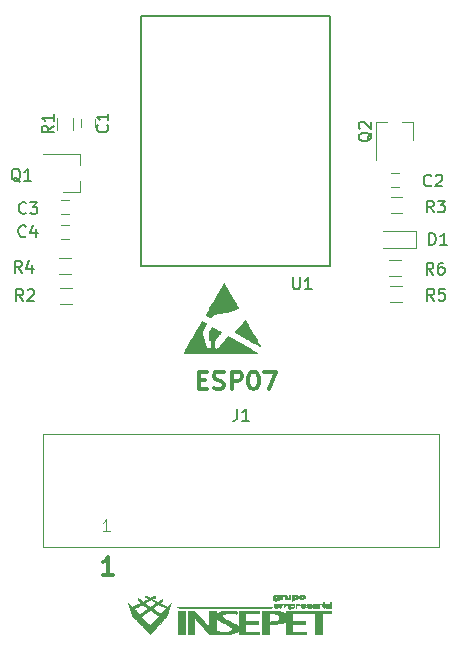
<source format=gbr>
G04 #@! TF.FileFunction,Legend,Top*
%FSLAX46Y46*%
G04 Gerber Fmt 4.6, Leading zero omitted, Abs format (unit mm)*
G04 Created by KiCad (PCBNEW 4.0.6) date 07/10/17 09:04:08*
%MOMM*%
%LPD*%
G01*
G04 APERTURE LIST*
%ADD10C,0.100000*%
%ADD11C,0.300000*%
%ADD12C,0.120000*%
%ADD13C,0.150000*%
%ADD14C,0.010000*%
G04 APERTURE END LIST*
D10*
D11*
X145895715Y-125662857D02*
X146395715Y-125662857D01*
X146610001Y-126448571D02*
X145895715Y-126448571D01*
X145895715Y-124948571D01*
X146610001Y-124948571D01*
X147181429Y-126377143D02*
X147395715Y-126448571D01*
X147752858Y-126448571D01*
X147895715Y-126377143D01*
X147967144Y-126305714D01*
X148038572Y-126162857D01*
X148038572Y-126020000D01*
X147967144Y-125877143D01*
X147895715Y-125805714D01*
X147752858Y-125734286D01*
X147467144Y-125662857D01*
X147324286Y-125591429D01*
X147252858Y-125520000D01*
X147181429Y-125377143D01*
X147181429Y-125234286D01*
X147252858Y-125091429D01*
X147324286Y-125020000D01*
X147467144Y-124948571D01*
X147824286Y-124948571D01*
X148038572Y-125020000D01*
X148681429Y-126448571D02*
X148681429Y-124948571D01*
X149252857Y-124948571D01*
X149395715Y-125020000D01*
X149467143Y-125091429D01*
X149538572Y-125234286D01*
X149538572Y-125448571D01*
X149467143Y-125591429D01*
X149395715Y-125662857D01*
X149252857Y-125734286D01*
X148681429Y-125734286D01*
X150467143Y-124948571D02*
X150610000Y-124948571D01*
X150752857Y-125020000D01*
X150824286Y-125091429D01*
X150895715Y-125234286D01*
X150967143Y-125520000D01*
X150967143Y-125877143D01*
X150895715Y-126162857D01*
X150824286Y-126305714D01*
X150752857Y-126377143D01*
X150610000Y-126448571D01*
X150467143Y-126448571D01*
X150324286Y-126377143D01*
X150252857Y-126305714D01*
X150181429Y-126162857D01*
X150110000Y-125877143D01*
X150110000Y-125520000D01*
X150181429Y-125234286D01*
X150252857Y-125091429D01*
X150324286Y-125020000D01*
X150467143Y-124948571D01*
X151467143Y-124948571D02*
X152467143Y-124948571D01*
X151824286Y-126448571D01*
X138648572Y-142158571D02*
X137791429Y-142158571D01*
X138220001Y-142158571D02*
X138220001Y-140658571D01*
X138077144Y-140872857D01*
X137934286Y-141015714D01*
X137791429Y-141087143D01*
D12*
X132730000Y-130210000D02*
X166250000Y-130210000D01*
X166250000Y-130210000D02*
X166250000Y-139810000D01*
X166250000Y-139810000D02*
X132730000Y-139810000D01*
X132730000Y-139810000D02*
X132730000Y-130210000D01*
D13*
X141031100Y-116023600D02*
X157031100Y-116023600D01*
X141031100Y-94823600D02*
X157031100Y-94823600D01*
X157031100Y-116023600D02*
X157031100Y-94823600D01*
X141031100Y-116023600D02*
X141031100Y-94823600D01*
D12*
X137150000Y-103540000D02*
X137150000Y-104240000D01*
X135950000Y-104240000D02*
X135950000Y-103540000D01*
X162150000Y-108140000D02*
X162850000Y-108140000D01*
X162850000Y-109340000D02*
X162150000Y-109340000D01*
X134920000Y-111620000D02*
X134220000Y-111620000D01*
X134220000Y-110420000D02*
X134920000Y-110420000D01*
X134920000Y-113720000D02*
X134220000Y-113720000D01*
X134220000Y-112520000D02*
X134920000Y-112520000D01*
X164300000Y-114470000D02*
X164300000Y-113070000D01*
X164300000Y-113070000D02*
X161500000Y-113070000D01*
X164300000Y-114470000D02*
X161500000Y-114470000D01*
X135860000Y-109710000D02*
X135860000Y-108780000D01*
X135860000Y-106550000D02*
X135860000Y-107480000D01*
X135860000Y-106550000D02*
X132700000Y-106550000D01*
X135860000Y-109710000D02*
X134400000Y-109710000D01*
X164080000Y-103860000D02*
X163150000Y-103860000D01*
X160920000Y-103860000D02*
X161850000Y-103860000D01*
X160920000Y-103860000D02*
X160920000Y-107020000D01*
X164080000Y-103860000D02*
X164080000Y-105320000D01*
X135290000Y-103470000D02*
X135290000Y-104470000D01*
X133930000Y-104470000D02*
X133930000Y-103470000D01*
X134150000Y-117890000D02*
X135150000Y-117890000D01*
X135150000Y-119250000D02*
X134150000Y-119250000D01*
X163150000Y-111510000D02*
X162150000Y-111510000D01*
X162150000Y-110150000D02*
X163150000Y-110150000D01*
X135110000Y-116730000D02*
X134110000Y-116730000D01*
X134110000Y-115370000D02*
X135110000Y-115370000D01*
X163110000Y-119090000D02*
X162110000Y-119090000D01*
X162110000Y-117730000D02*
X163110000Y-117730000D01*
X162000000Y-115490000D02*
X163000000Y-115490000D01*
X163000000Y-116850000D02*
X162000000Y-116850000D01*
D14*
G36*
X146192094Y-120701158D02*
X146224619Y-120713736D01*
X146274193Y-120738712D01*
X146345374Y-120777876D01*
X146350916Y-120780988D01*
X146416474Y-120818476D01*
X146471798Y-120851319D01*
X146511455Y-120876205D01*
X146530012Y-120889820D01*
X146530531Y-120890487D01*
X146526048Y-120909390D01*
X146505486Y-120951605D01*
X146470183Y-121014832D01*
X146421480Y-121096772D01*
X146360718Y-121195122D01*
X146289236Y-121307585D01*
X146271445Y-121335165D01*
X146225093Y-121411699D01*
X146191342Y-121477556D01*
X146173153Y-121526782D01*
X146171286Y-121536507D01*
X146172115Y-121579312D01*
X146181394Y-121647209D01*
X146197968Y-121735843D01*
X146220680Y-121840859D01*
X146248373Y-121957902D01*
X146279890Y-122082616D01*
X146314075Y-122210645D01*
X146349771Y-122337634D01*
X146385821Y-122459228D01*
X146421068Y-122571072D01*
X146454356Y-122668810D01*
X146484528Y-122748087D01*
X146505561Y-122795122D01*
X146530337Y-122845225D01*
X146553730Y-122893168D01*
X146554997Y-122895793D01*
X146593699Y-122944220D01*
X146650184Y-122976828D01*
X146715939Y-122992454D01*
X146782451Y-122989937D01*
X146841205Y-122968114D01*
X146874258Y-122939382D01*
X146921859Y-122860583D01*
X146956739Y-122762378D01*
X146975877Y-122654779D01*
X146978588Y-122593780D01*
X146967670Y-122479935D01*
X146935624Y-122385660D01*
X146880726Y-122306379D01*
X146863607Y-122288733D01*
X146812661Y-122239235D01*
X146809163Y-121889362D01*
X146805664Y-121539489D01*
X146894818Y-121404531D01*
X146936654Y-121343445D01*
X146976945Y-121288493D01*
X147009943Y-121247336D01*
X147024126Y-121232192D01*
X147064281Y-121194810D01*
X147118665Y-121224098D01*
X147153039Y-121245084D01*
X147171846Y-121261378D01*
X147173049Y-121264307D01*
X147185903Y-121276728D01*
X147207896Y-121285977D01*
X147229150Y-121294313D01*
X147261694Y-121310149D01*
X147308322Y-121335033D01*
X147371829Y-121370509D01*
X147455008Y-121418123D01*
X147560653Y-121479422D01*
X147618062Y-121512932D01*
X147685594Y-121553071D01*
X147729885Y-121581659D01*
X147754855Y-121602039D01*
X147764423Y-121617553D01*
X147762508Y-121631546D01*
X147760911Y-121634796D01*
X147745376Y-121655266D01*
X147712136Y-121693665D01*
X147665062Y-121745696D01*
X147608028Y-121807066D01*
X147558700Y-121859090D01*
X147445030Y-121982567D01*
X147356105Y-122089591D01*
X147291134Y-122181240D01*
X147249321Y-122258588D01*
X147235217Y-122297866D01*
X147229392Y-122332249D01*
X147223375Y-122390899D01*
X147217696Y-122467117D01*
X147212884Y-122554202D01*
X147210619Y-122609268D01*
X147207459Y-122704464D01*
X147206069Y-122774062D01*
X147206858Y-122823409D01*
X147210235Y-122857854D01*
X147216608Y-122882743D01*
X147226387Y-122903425D01*
X147234067Y-122916053D01*
X147278421Y-122964726D01*
X147335574Y-122998645D01*
X147395708Y-123013438D01*
X147440773Y-123008086D01*
X147481576Y-122984930D01*
X147532724Y-122943462D01*
X147587042Y-122890912D01*
X147637357Y-122834516D01*
X147676494Y-122781505D01*
X147690905Y-122755889D01*
X147712491Y-122720814D01*
X147751753Y-122667389D01*
X147805102Y-122599789D01*
X147868952Y-122522190D01*
X147939715Y-122438768D01*
X148013804Y-122353698D01*
X148087632Y-122271155D01*
X148157611Y-122195316D01*
X148220155Y-122130356D01*
X148269260Y-122082669D01*
X148323779Y-122035032D01*
X148369642Y-121999908D01*
X148401811Y-121980949D01*
X148412489Y-121978864D01*
X148428853Y-121987274D01*
X148469671Y-122009846D01*
X148532586Y-122045224D01*
X148615244Y-122092054D01*
X148715289Y-122148981D01*
X148830366Y-122214649D01*
X148958119Y-122287703D01*
X149096194Y-122366788D01*
X149242234Y-122450548D01*
X149393884Y-122537629D01*
X149548790Y-122626676D01*
X149704595Y-122716332D01*
X149858944Y-122805243D01*
X150009482Y-122892054D01*
X150153854Y-122975409D01*
X150289704Y-123053954D01*
X150414677Y-123126333D01*
X150526417Y-123191190D01*
X150622570Y-123247171D01*
X150700779Y-123292920D01*
X150758689Y-123327083D01*
X150793946Y-123348304D01*
X150804165Y-123354963D01*
X150790402Y-123356280D01*
X150747104Y-123357559D01*
X150675714Y-123358796D01*
X150577673Y-123359983D01*
X150454422Y-123361115D01*
X150307403Y-123362186D01*
X150138057Y-123363189D01*
X149947826Y-123364119D01*
X149738151Y-123364968D01*
X149510473Y-123365732D01*
X149266235Y-123366403D01*
X149006877Y-123366976D01*
X148733841Y-123367444D01*
X148448568Y-123367802D01*
X148152500Y-123368042D01*
X147847079Y-123368159D01*
X147718924Y-123368171D01*
X144618970Y-123368171D01*
X144840053Y-122984847D01*
X144886856Y-122903680D01*
X144947102Y-122799166D01*
X145018778Y-122674801D01*
X145099869Y-122534082D01*
X145188362Y-122380503D01*
X145282240Y-122217562D01*
X145379491Y-122048754D01*
X145478100Y-121877575D01*
X145576053Y-121707521D01*
X145600825Y-121664512D01*
X145691152Y-121507857D01*
X145777289Y-121358803D01*
X145857942Y-121219568D01*
X145931816Y-121092371D01*
X145997617Y-120979432D01*
X146054050Y-120882968D01*
X146099821Y-120805200D01*
X146133635Y-120748346D01*
X146154198Y-120714625D01*
X146159953Y-120706040D01*
X146172058Y-120699189D01*
X146192094Y-120701158D01*
X146192094Y-120701158D01*
G37*
X146192094Y-120701158D02*
X146224619Y-120713736D01*
X146274193Y-120738712D01*
X146345374Y-120777876D01*
X146350916Y-120780988D01*
X146416474Y-120818476D01*
X146471798Y-120851319D01*
X146511455Y-120876205D01*
X146530012Y-120889820D01*
X146530531Y-120890487D01*
X146526048Y-120909390D01*
X146505486Y-120951605D01*
X146470183Y-121014832D01*
X146421480Y-121096772D01*
X146360718Y-121195122D01*
X146289236Y-121307585D01*
X146271445Y-121335165D01*
X146225093Y-121411699D01*
X146191342Y-121477556D01*
X146173153Y-121526782D01*
X146171286Y-121536507D01*
X146172115Y-121579312D01*
X146181394Y-121647209D01*
X146197968Y-121735843D01*
X146220680Y-121840859D01*
X146248373Y-121957902D01*
X146279890Y-122082616D01*
X146314075Y-122210645D01*
X146349771Y-122337634D01*
X146385821Y-122459228D01*
X146421068Y-122571072D01*
X146454356Y-122668810D01*
X146484528Y-122748087D01*
X146505561Y-122795122D01*
X146530337Y-122845225D01*
X146553730Y-122893168D01*
X146554997Y-122895793D01*
X146593699Y-122944220D01*
X146650184Y-122976828D01*
X146715939Y-122992454D01*
X146782451Y-122989937D01*
X146841205Y-122968114D01*
X146874258Y-122939382D01*
X146921859Y-122860583D01*
X146956739Y-122762378D01*
X146975877Y-122654779D01*
X146978588Y-122593780D01*
X146967670Y-122479935D01*
X146935624Y-122385660D01*
X146880726Y-122306379D01*
X146863607Y-122288733D01*
X146812661Y-122239235D01*
X146809163Y-121889362D01*
X146805664Y-121539489D01*
X146894818Y-121404531D01*
X146936654Y-121343445D01*
X146976945Y-121288493D01*
X147009943Y-121247336D01*
X147024126Y-121232192D01*
X147064281Y-121194810D01*
X147118665Y-121224098D01*
X147153039Y-121245084D01*
X147171846Y-121261378D01*
X147173049Y-121264307D01*
X147185903Y-121276728D01*
X147207896Y-121285977D01*
X147229150Y-121294313D01*
X147261694Y-121310149D01*
X147308322Y-121335033D01*
X147371829Y-121370509D01*
X147455008Y-121418123D01*
X147560653Y-121479422D01*
X147618062Y-121512932D01*
X147685594Y-121553071D01*
X147729885Y-121581659D01*
X147754855Y-121602039D01*
X147764423Y-121617553D01*
X147762508Y-121631546D01*
X147760911Y-121634796D01*
X147745376Y-121655266D01*
X147712136Y-121693665D01*
X147665062Y-121745696D01*
X147608028Y-121807066D01*
X147558700Y-121859090D01*
X147445030Y-121982567D01*
X147356105Y-122089591D01*
X147291134Y-122181240D01*
X147249321Y-122258588D01*
X147235217Y-122297866D01*
X147229392Y-122332249D01*
X147223375Y-122390899D01*
X147217696Y-122467117D01*
X147212884Y-122554202D01*
X147210619Y-122609268D01*
X147207459Y-122704464D01*
X147206069Y-122774062D01*
X147206858Y-122823409D01*
X147210235Y-122857854D01*
X147216608Y-122882743D01*
X147226387Y-122903425D01*
X147234067Y-122916053D01*
X147278421Y-122964726D01*
X147335574Y-122998645D01*
X147395708Y-123013438D01*
X147440773Y-123008086D01*
X147481576Y-122984930D01*
X147532724Y-122943462D01*
X147587042Y-122890912D01*
X147637357Y-122834516D01*
X147676494Y-122781505D01*
X147690905Y-122755889D01*
X147712491Y-122720814D01*
X147751753Y-122667389D01*
X147805102Y-122599789D01*
X147868952Y-122522190D01*
X147939715Y-122438768D01*
X148013804Y-122353698D01*
X148087632Y-122271155D01*
X148157611Y-122195316D01*
X148220155Y-122130356D01*
X148269260Y-122082669D01*
X148323779Y-122035032D01*
X148369642Y-121999908D01*
X148401811Y-121980949D01*
X148412489Y-121978864D01*
X148428853Y-121987274D01*
X148469671Y-122009846D01*
X148532586Y-122045224D01*
X148615244Y-122092054D01*
X148715289Y-122148981D01*
X148830366Y-122214649D01*
X148958119Y-122287703D01*
X149096194Y-122366788D01*
X149242234Y-122450548D01*
X149393884Y-122537629D01*
X149548790Y-122626676D01*
X149704595Y-122716332D01*
X149858944Y-122805243D01*
X150009482Y-122892054D01*
X150153854Y-122975409D01*
X150289704Y-123053954D01*
X150414677Y-123126333D01*
X150526417Y-123191190D01*
X150622570Y-123247171D01*
X150700779Y-123292920D01*
X150758689Y-123327083D01*
X150793946Y-123348304D01*
X150804165Y-123354963D01*
X150790402Y-123356280D01*
X150747104Y-123357559D01*
X150675714Y-123358796D01*
X150577673Y-123359983D01*
X150454422Y-123361115D01*
X150307403Y-123362186D01*
X150138057Y-123363189D01*
X149947826Y-123364119D01*
X149738151Y-123364968D01*
X149510473Y-123365732D01*
X149266235Y-123366403D01*
X149006877Y-123366976D01*
X148733841Y-123367444D01*
X148448568Y-123367802D01*
X148152500Y-123368042D01*
X147847079Y-123368159D01*
X147718924Y-123368171D01*
X144618970Y-123368171D01*
X144840053Y-122984847D01*
X144886856Y-122903680D01*
X144947102Y-122799166D01*
X145018778Y-122674801D01*
X145099869Y-122534082D01*
X145188362Y-122380503D01*
X145282240Y-122217562D01*
X145379491Y-122048754D01*
X145478100Y-121877575D01*
X145576053Y-121707521D01*
X145600825Y-121664512D01*
X145691152Y-121507857D01*
X145777289Y-121358803D01*
X145857942Y-121219568D01*
X145931816Y-121092371D01*
X145997617Y-120979432D01*
X146054050Y-120882968D01*
X146099821Y-120805200D01*
X146133635Y-120748346D01*
X146154198Y-120714625D01*
X146159953Y-120706040D01*
X146172058Y-120699189D01*
X146192094Y-120701158D01*
G36*
X149857528Y-120644619D02*
X149868908Y-120663693D01*
X149894488Y-120707421D01*
X149933002Y-120773619D01*
X149983186Y-120860102D01*
X150043775Y-120964685D01*
X150113503Y-121085183D01*
X150191107Y-121219412D01*
X150275320Y-121365187D01*
X150364879Y-121520323D01*
X150456998Y-121680000D01*
X150551076Y-121843117D01*
X150641402Y-121999709D01*
X150726665Y-122147506D01*
X150805557Y-122284240D01*
X150876769Y-122407642D01*
X150938991Y-122515444D01*
X150990913Y-122605377D01*
X151031228Y-122675173D01*
X151058624Y-122722564D01*
X151071507Y-122744786D01*
X151092507Y-122782330D01*
X151103925Y-122805831D01*
X151104551Y-122809920D01*
X151090636Y-122802242D01*
X151051941Y-122780203D01*
X150990487Y-122744971D01*
X150908298Y-122697711D01*
X150807396Y-122639589D01*
X150689805Y-122571771D01*
X150557546Y-122495424D01*
X150412642Y-122411714D01*
X150257117Y-122321806D01*
X150092992Y-122226867D01*
X150030549Y-122190732D01*
X149863487Y-122094083D01*
X149704074Y-122001938D01*
X149554355Y-121915475D01*
X149416376Y-121835871D01*
X149292185Y-121764305D01*
X149183827Y-121701955D01*
X149093348Y-121649998D01*
X149022796Y-121609613D01*
X148974215Y-121581978D01*
X148949654Y-121568272D01*
X148947085Y-121566974D01*
X148954569Y-121555220D01*
X148980614Y-121523795D01*
X149022559Y-121475594D01*
X149077746Y-121413510D01*
X149143517Y-121340439D01*
X149217212Y-121259276D01*
X149296173Y-121172916D01*
X149377740Y-121084253D01*
X149459254Y-120996182D01*
X149538057Y-120911599D01*
X149611490Y-120833397D01*
X149676893Y-120764472D01*
X149731608Y-120707719D01*
X149772977Y-120666032D01*
X149787164Y-120652363D01*
X149834180Y-120608201D01*
X149857528Y-120644619D01*
X149857528Y-120644619D01*
G37*
X149857528Y-120644619D02*
X149868908Y-120663693D01*
X149894488Y-120707421D01*
X149933002Y-120773619D01*
X149983186Y-120860102D01*
X150043775Y-120964685D01*
X150113503Y-121085183D01*
X150191107Y-121219412D01*
X150275320Y-121365187D01*
X150364879Y-121520323D01*
X150456998Y-121680000D01*
X150551076Y-121843117D01*
X150641402Y-121999709D01*
X150726665Y-122147506D01*
X150805557Y-122284240D01*
X150876769Y-122407642D01*
X150938991Y-122515444D01*
X150990913Y-122605377D01*
X151031228Y-122675173D01*
X151058624Y-122722564D01*
X151071507Y-122744786D01*
X151092507Y-122782330D01*
X151103925Y-122805831D01*
X151104551Y-122809920D01*
X151090636Y-122802242D01*
X151051941Y-122780203D01*
X150990487Y-122744971D01*
X150908298Y-122697711D01*
X150807396Y-122639589D01*
X150689805Y-122571771D01*
X150557546Y-122495424D01*
X150412642Y-122411714D01*
X150257117Y-122321806D01*
X150092992Y-122226867D01*
X150030549Y-122190732D01*
X149863487Y-122094083D01*
X149704074Y-122001938D01*
X149554355Y-121915475D01*
X149416376Y-121835871D01*
X149292185Y-121764305D01*
X149183827Y-121701955D01*
X149093348Y-121649998D01*
X149022796Y-121609613D01*
X148974215Y-121581978D01*
X148949654Y-121568272D01*
X148947085Y-121566974D01*
X148954569Y-121555220D01*
X148980614Y-121523795D01*
X149022559Y-121475594D01*
X149077746Y-121413510D01*
X149143517Y-121340439D01*
X149217212Y-121259276D01*
X149296173Y-121172916D01*
X149377740Y-121084253D01*
X149459254Y-120996182D01*
X149538057Y-120911599D01*
X149611490Y-120833397D01*
X149676893Y-120764472D01*
X149731608Y-120707719D01*
X149772977Y-120666032D01*
X149787164Y-120652363D01*
X149834180Y-120608201D01*
X149857528Y-120644619D01*
G36*
X148034043Y-117495835D02*
X148057065Y-117533245D01*
X148092534Y-117592514D01*
X148138996Y-117671118D01*
X148194996Y-117766538D01*
X148259081Y-117876250D01*
X148329796Y-117997734D01*
X148405687Y-118128468D01*
X148485299Y-118265930D01*
X148567178Y-118407598D01*
X148649870Y-118550951D01*
X148731921Y-118693467D01*
X148811876Y-118832624D01*
X148888281Y-118965901D01*
X148959682Y-119090776D01*
X149024624Y-119204727D01*
X149081653Y-119305233D01*
X149129315Y-119389772D01*
X149166155Y-119455822D01*
X149190720Y-119500862D01*
X149201554Y-119522370D01*
X149201951Y-119523714D01*
X149188501Y-119541965D01*
X149151114Y-119569882D01*
X149094235Y-119604725D01*
X149022312Y-119643754D01*
X148947015Y-119680843D01*
X148844560Y-119725817D01*
X148736817Y-119766226D01*
X148620073Y-119802969D01*
X148490618Y-119836942D01*
X148344740Y-119869044D01*
X148178726Y-119900173D01*
X147988866Y-119931227D01*
X147792469Y-119960145D01*
X147621834Y-119985800D01*
X147478545Y-120011198D01*
X147359008Y-120037602D01*
X147259630Y-120066273D01*
X147176818Y-120098473D01*
X147106978Y-120135465D01*
X147046518Y-120178512D01*
X146991845Y-120228875D01*
X146974214Y-120247583D01*
X146936000Y-120291139D01*
X146907732Y-120326682D01*
X146894618Y-120347583D01*
X146894268Y-120349297D01*
X146889680Y-120359806D01*
X146873758Y-120359924D01*
X146843266Y-120348254D01*
X146794968Y-120323396D01*
X146725627Y-120283952D01*
X146677439Y-120255587D01*
X146605583Y-120211247D01*
X146549742Y-120173279D01*
X146513667Y-120144416D01*
X146501113Y-120127388D01*
X146501121Y-120127264D01*
X146508906Y-120111037D01*
X146530892Y-120070400D01*
X146565803Y-120007567D01*
X146612363Y-119924752D01*
X146669295Y-119824172D01*
X146735323Y-119708040D01*
X146809172Y-119578571D01*
X146889564Y-119437980D01*
X146975224Y-119288482D01*
X147064876Y-119132292D01*
X147157243Y-118971624D01*
X147251049Y-118808693D01*
X147345018Y-118645713D01*
X147437874Y-118484900D01*
X147528340Y-118328468D01*
X147615141Y-118178633D01*
X147697000Y-118037608D01*
X147772641Y-117907609D01*
X147840787Y-117790849D01*
X147900163Y-117689545D01*
X147949493Y-117605911D01*
X147987500Y-117542162D01*
X148012907Y-117500511D01*
X148024440Y-117483175D01*
X148024923Y-117482805D01*
X148034043Y-117495835D01*
X148034043Y-117495835D01*
G37*
X148034043Y-117495835D02*
X148057065Y-117533245D01*
X148092534Y-117592514D01*
X148138996Y-117671118D01*
X148194996Y-117766538D01*
X148259081Y-117876250D01*
X148329796Y-117997734D01*
X148405687Y-118128468D01*
X148485299Y-118265930D01*
X148567178Y-118407598D01*
X148649870Y-118550951D01*
X148731921Y-118693467D01*
X148811876Y-118832624D01*
X148888281Y-118965901D01*
X148959682Y-119090776D01*
X149024624Y-119204727D01*
X149081653Y-119305233D01*
X149129315Y-119389772D01*
X149166155Y-119455822D01*
X149190720Y-119500862D01*
X149201554Y-119522370D01*
X149201951Y-119523714D01*
X149188501Y-119541965D01*
X149151114Y-119569882D01*
X149094235Y-119604725D01*
X149022312Y-119643754D01*
X148947015Y-119680843D01*
X148844560Y-119725817D01*
X148736817Y-119766226D01*
X148620073Y-119802969D01*
X148490618Y-119836942D01*
X148344740Y-119869044D01*
X148178726Y-119900173D01*
X147988866Y-119931227D01*
X147792469Y-119960145D01*
X147621834Y-119985800D01*
X147478545Y-120011198D01*
X147359008Y-120037602D01*
X147259630Y-120066273D01*
X147176818Y-120098473D01*
X147106978Y-120135465D01*
X147046518Y-120178512D01*
X146991845Y-120228875D01*
X146974214Y-120247583D01*
X146936000Y-120291139D01*
X146907732Y-120326682D01*
X146894618Y-120347583D01*
X146894268Y-120349297D01*
X146889680Y-120359806D01*
X146873758Y-120359924D01*
X146843266Y-120348254D01*
X146794968Y-120323396D01*
X146725627Y-120283952D01*
X146677439Y-120255587D01*
X146605583Y-120211247D01*
X146549742Y-120173279D01*
X146513667Y-120144416D01*
X146501113Y-120127388D01*
X146501121Y-120127264D01*
X146508906Y-120111037D01*
X146530892Y-120070400D01*
X146565803Y-120007567D01*
X146612363Y-119924752D01*
X146669295Y-119824172D01*
X146735323Y-119708040D01*
X146809172Y-119578571D01*
X146889564Y-119437980D01*
X146975224Y-119288482D01*
X147064876Y-119132292D01*
X147157243Y-118971624D01*
X147251049Y-118808693D01*
X147345018Y-118645713D01*
X147437874Y-118484900D01*
X147528340Y-118328468D01*
X147615141Y-118178633D01*
X147697000Y-118037608D01*
X147772641Y-117907609D01*
X147840787Y-117790849D01*
X147900163Y-117689545D01*
X147949493Y-117605911D01*
X147987500Y-117542162D01*
X148012907Y-117500511D01*
X148024440Y-117483175D01*
X148024923Y-117482805D01*
X148034043Y-117495835D01*
G36*
X144766200Y-147206400D02*
X144156003Y-147206400D01*
X144162651Y-146222150D01*
X144169300Y-145237900D01*
X144467750Y-145230743D01*
X144766200Y-145223587D01*
X144766200Y-147206400D01*
X144766200Y-147206400D01*
G37*
X144766200Y-147206400D02*
X144156003Y-147206400D01*
X144162651Y-146222150D01*
X144169300Y-145237900D01*
X144467750Y-145230743D01*
X144766200Y-145223587D01*
X144766200Y-147206400D01*
G36*
X148769947Y-145197566D02*
X148842900Y-145205667D01*
X149096900Y-145237900D01*
X149104875Y-145349237D01*
X149107876Y-145417503D01*
X149099592Y-145446768D01*
X149073788Y-145448583D01*
X149054075Y-145443308D01*
X148977903Y-145429326D01*
X148864670Y-145418751D01*
X148728020Y-145411844D01*
X148581595Y-145408868D01*
X148439038Y-145410085D01*
X148313991Y-145415755D01*
X148220096Y-145426142D01*
X148214319Y-145427188D01*
X148061484Y-145465529D01*
X147957997Y-145514070D01*
X147903269Y-145573685D01*
X147896711Y-145645246D01*
X147937734Y-145729625D01*
X147977273Y-145778412D01*
X148022336Y-145824312D01*
X148072883Y-145865412D01*
X148136986Y-145906277D01*
X148222716Y-145951471D01*
X148338146Y-146005559D01*
X148491347Y-146073105D01*
X148521331Y-146086083D01*
X148764301Y-146198088D01*
X148960671Y-146304374D01*
X149114035Y-146407029D01*
X149200544Y-146480532D01*
X149312800Y-146588092D01*
X149312800Y-145225200D01*
X150989200Y-145225200D01*
X150989200Y-145428400D01*
X149846200Y-145428400D01*
X149846200Y-146088800D01*
X150938400Y-146088800D01*
X150938400Y-146292000D01*
X149846200Y-146292000D01*
X149846200Y-147003200D01*
X150989200Y-147003200D01*
X150989200Y-147206400D01*
X149312800Y-147206400D01*
X149312800Y-146818549D01*
X149263367Y-146881392D01*
X149213603Y-146925537D01*
X149135447Y-146975369D01*
X149066017Y-147010616D01*
X148804780Y-147104633D01*
X148515717Y-147167537D01*
X148212570Y-147197416D01*
X147909080Y-147192359D01*
X147820581Y-147183809D01*
X147668316Y-147166128D01*
X147559692Y-147152219D01*
X147487978Y-147139295D01*
X147446440Y-147124569D01*
X147428346Y-147105254D01*
X147426963Y-147078561D01*
X147435559Y-147041705D01*
X147439626Y-147026092D01*
X147460391Y-146963882D01*
X147481553Y-146929433D01*
X147487078Y-146927000D01*
X147520469Y-146931122D01*
X147591526Y-146942179D01*
X147687904Y-146958207D01*
X147744338Y-146967925D01*
X147969456Y-146994031D01*
X148180356Y-146993103D01*
X148369332Y-146966277D01*
X148528681Y-146914689D01*
X148650697Y-146839476D01*
X148657821Y-146833193D01*
X148698815Y-146765678D01*
X148697426Y-146684647D01*
X148655145Y-146602193D01*
X148625373Y-146569881D01*
X148579897Y-146536991D01*
X148496769Y-146486160D01*
X148383924Y-146421866D01*
X148249294Y-146348589D01*
X148100814Y-146270809D01*
X148047189Y-146243426D01*
X147893301Y-146163673D01*
X147748283Y-146085350D01*
X147620663Y-146013308D01*
X147518969Y-145952400D01*
X147451729Y-145907476D01*
X147439215Y-145897556D01*
X147331600Y-145805441D01*
X147331600Y-147206400D01*
X147058550Y-147204783D01*
X146785500Y-147203167D01*
X145540900Y-145764147D01*
X145534160Y-146485273D01*
X145527420Y-147206400D01*
X144968803Y-147206400D01*
X144975451Y-146222150D01*
X144982100Y-145237900D01*
X145518040Y-145223584D01*
X146785500Y-146618016D01*
X146792251Y-145921608D01*
X146799003Y-145225199D01*
X147065301Y-145225199D01*
X147331600Y-145225200D01*
X147331600Y-145531978D01*
X147388750Y-145476901D01*
X147504713Y-145393197D01*
X147661926Y-145321457D01*
X147851908Y-145263262D01*
X148066180Y-145220194D01*
X148296263Y-145193834D01*
X148533679Y-145185764D01*
X148769947Y-145197566D01*
X148769947Y-145197566D01*
G37*
X148769947Y-145197566D02*
X148842900Y-145205667D01*
X149096900Y-145237900D01*
X149104875Y-145349237D01*
X149107876Y-145417503D01*
X149099592Y-145446768D01*
X149073788Y-145448583D01*
X149054075Y-145443308D01*
X148977903Y-145429326D01*
X148864670Y-145418751D01*
X148728020Y-145411844D01*
X148581595Y-145408868D01*
X148439038Y-145410085D01*
X148313991Y-145415755D01*
X148220096Y-145426142D01*
X148214319Y-145427188D01*
X148061484Y-145465529D01*
X147957997Y-145514070D01*
X147903269Y-145573685D01*
X147896711Y-145645246D01*
X147937734Y-145729625D01*
X147977273Y-145778412D01*
X148022336Y-145824312D01*
X148072883Y-145865412D01*
X148136986Y-145906277D01*
X148222716Y-145951471D01*
X148338146Y-146005559D01*
X148491347Y-146073105D01*
X148521331Y-146086083D01*
X148764301Y-146198088D01*
X148960671Y-146304374D01*
X149114035Y-146407029D01*
X149200544Y-146480532D01*
X149312800Y-146588092D01*
X149312800Y-145225200D01*
X150989200Y-145225200D01*
X150989200Y-145428400D01*
X149846200Y-145428400D01*
X149846200Y-146088800D01*
X150938400Y-146088800D01*
X150938400Y-146292000D01*
X149846200Y-146292000D01*
X149846200Y-147003200D01*
X150989200Y-147003200D01*
X150989200Y-147206400D01*
X149312800Y-147206400D01*
X149312800Y-146818549D01*
X149263367Y-146881392D01*
X149213603Y-146925537D01*
X149135447Y-146975369D01*
X149066017Y-147010616D01*
X148804780Y-147104633D01*
X148515717Y-147167537D01*
X148212570Y-147197416D01*
X147909080Y-147192359D01*
X147820581Y-147183809D01*
X147668316Y-147166128D01*
X147559692Y-147152219D01*
X147487978Y-147139295D01*
X147446440Y-147124569D01*
X147428346Y-147105254D01*
X147426963Y-147078561D01*
X147435559Y-147041705D01*
X147439626Y-147026092D01*
X147460391Y-146963882D01*
X147481553Y-146929433D01*
X147487078Y-146927000D01*
X147520469Y-146931122D01*
X147591526Y-146942179D01*
X147687904Y-146958207D01*
X147744338Y-146967925D01*
X147969456Y-146994031D01*
X148180356Y-146993103D01*
X148369332Y-146966277D01*
X148528681Y-146914689D01*
X148650697Y-146839476D01*
X148657821Y-146833193D01*
X148698815Y-146765678D01*
X148697426Y-146684647D01*
X148655145Y-146602193D01*
X148625373Y-146569881D01*
X148579897Y-146536991D01*
X148496769Y-146486160D01*
X148383924Y-146421866D01*
X148249294Y-146348589D01*
X148100814Y-146270809D01*
X148047189Y-146243426D01*
X147893301Y-146163673D01*
X147748283Y-146085350D01*
X147620663Y-146013308D01*
X147518969Y-145952400D01*
X147451729Y-145907476D01*
X147439215Y-145897556D01*
X147331600Y-145805441D01*
X147331600Y-147206400D01*
X147058550Y-147204783D01*
X146785500Y-147203167D01*
X145540900Y-145764147D01*
X145534160Y-146485273D01*
X145527420Y-147206400D01*
X144968803Y-147206400D01*
X144975451Y-146222150D01*
X144982100Y-145237900D01*
X145518040Y-145223584D01*
X146785500Y-146618016D01*
X146792251Y-145921608D01*
X146799003Y-145225199D01*
X147065301Y-145225199D01*
X147331600Y-145225200D01*
X147331600Y-145531978D01*
X147388750Y-145476901D01*
X147504713Y-145393197D01*
X147661926Y-145321457D01*
X147851908Y-145263262D01*
X148066180Y-145220194D01*
X148296263Y-145193834D01*
X148533679Y-145185764D01*
X148769947Y-145197566D01*
G36*
X151998850Y-145231059D02*
X152218370Y-145234325D01*
X152393793Y-145237744D01*
X152531818Y-145241792D01*
X152639146Y-145246945D01*
X152722478Y-145253680D01*
X152788515Y-145262474D01*
X152843956Y-145273801D01*
X152895504Y-145288138D01*
X152922204Y-145296681D01*
X153024573Y-145335293D01*
X153121729Y-145380007D01*
X153182554Y-145414798D01*
X153275200Y-145477669D01*
X153275200Y-145225200D01*
X157085200Y-145225200D01*
X157085200Y-145428400D01*
X156348600Y-145428400D01*
X156348600Y-147206400D01*
X155739000Y-147206400D01*
X155739000Y-145428400D01*
X153808600Y-145428400D01*
X153808600Y-146088800D01*
X154900800Y-146088800D01*
X154900800Y-146292000D01*
X153808600Y-146292000D01*
X153808600Y-147003200D01*
X154951600Y-147003200D01*
X154951600Y-147206400D01*
X153275200Y-147206400D01*
X153275200Y-146062965D01*
X153138473Y-146140129D01*
X153010174Y-146200599D01*
X152863439Y-146245575D01*
X152690369Y-146276478D01*
X152483068Y-146294727D01*
X152240153Y-146301696D01*
X151852807Y-146304700D01*
X151852803Y-146755550D01*
X151852800Y-147206400D01*
X151243200Y-147206400D01*
X151243200Y-145403000D01*
X151852800Y-145403000D01*
X151852800Y-146120858D01*
X152115173Y-146109189D01*
X152258648Y-146099721D01*
X152364939Y-146084541D01*
X152447551Y-146061263D01*
X152490377Y-146042900D01*
X152597646Y-145969392D01*
X152666524Y-145874933D01*
X152690905Y-145767910D01*
X152690905Y-145767380D01*
X152669594Y-145672261D01*
X152614704Y-145578403D01*
X152539447Y-145506843D01*
X152520160Y-145495499D01*
X152428867Y-145461523D01*
X152304016Y-145432774D01*
X152162801Y-145412313D01*
X152022418Y-145403200D01*
X152000535Y-145403000D01*
X151852800Y-145403000D01*
X151243200Y-145403000D01*
X151243200Y-145220683D01*
X151998850Y-145231059D01*
X151998850Y-145231059D01*
G37*
X151998850Y-145231059D02*
X152218370Y-145234325D01*
X152393793Y-145237744D01*
X152531818Y-145241792D01*
X152639146Y-145246945D01*
X152722478Y-145253680D01*
X152788515Y-145262474D01*
X152843956Y-145273801D01*
X152895504Y-145288138D01*
X152922204Y-145296681D01*
X153024573Y-145335293D01*
X153121729Y-145380007D01*
X153182554Y-145414798D01*
X153275200Y-145477669D01*
X153275200Y-145225200D01*
X157085200Y-145225200D01*
X157085200Y-145428400D01*
X156348600Y-145428400D01*
X156348600Y-147206400D01*
X155739000Y-147206400D01*
X155739000Y-145428400D01*
X153808600Y-145428400D01*
X153808600Y-146088800D01*
X154900800Y-146088800D01*
X154900800Y-146292000D01*
X153808600Y-146292000D01*
X153808600Y-147003200D01*
X154951600Y-147003200D01*
X154951600Y-147206400D01*
X153275200Y-147206400D01*
X153275200Y-146062965D01*
X153138473Y-146140129D01*
X153010174Y-146200599D01*
X152863439Y-146245575D01*
X152690369Y-146276478D01*
X152483068Y-146294727D01*
X152240153Y-146301696D01*
X151852807Y-146304700D01*
X151852803Y-146755550D01*
X151852800Y-147206400D01*
X151243200Y-147206400D01*
X151243200Y-145403000D01*
X151852800Y-145403000D01*
X151852800Y-146120858D01*
X152115173Y-146109189D01*
X152258648Y-146099721D01*
X152364939Y-146084541D01*
X152447551Y-146061263D01*
X152490377Y-146042900D01*
X152597646Y-145969392D01*
X152666524Y-145874933D01*
X152690905Y-145767910D01*
X152690905Y-145767380D01*
X152669594Y-145672261D01*
X152614704Y-145578403D01*
X152539447Y-145506843D01*
X152520160Y-145495499D01*
X152428867Y-145461523D01*
X152304016Y-145432774D01*
X152162801Y-145412313D01*
X152022418Y-145403200D01*
X152000535Y-145403000D01*
X151852800Y-145403000D01*
X151243200Y-145403000D01*
X151243200Y-145220683D01*
X151998850Y-145231059D01*
G36*
X141475786Y-143945626D02*
X141524273Y-143965279D01*
X141597690Y-144007985D01*
X141633648Y-144030369D01*
X141799577Y-144134406D01*
X141972919Y-144034467D01*
X142055904Y-143989321D01*
X142121298Y-143958779D01*
X142157623Y-143948057D01*
X142160830Y-143949097D01*
X142171507Y-143982732D01*
X142175400Y-144035117D01*
X142166271Y-144085645D01*
X142130919Y-144124768D01*
X142069997Y-144160340D01*
X141964594Y-144214112D01*
X142201209Y-144339093D01*
X142437825Y-144464074D01*
X142583867Y-144349337D01*
X142658843Y-144293216D01*
X142720219Y-144252332D01*
X142755772Y-144234763D01*
X142757454Y-144234599D01*
X142777053Y-144256599D01*
X142785000Y-144308168D01*
X142768027Y-144375815D01*
X142712178Y-144445019D01*
X142693432Y-144462134D01*
X142641994Y-144510315D01*
X142613241Y-144543245D01*
X142610882Y-144550772D01*
X142635688Y-144564537D01*
X142697374Y-144596505D01*
X142787328Y-144642272D01*
X142896941Y-144697434D01*
X142927253Y-144712599D01*
X143234607Y-144866185D01*
X143370265Y-144728821D01*
X143435625Y-144664446D01*
X143485868Y-144618356D01*
X143511854Y-144598850D01*
X143513350Y-144598883D01*
X143507601Y-144623949D01*
X143487395Y-144690087D01*
X143454982Y-144790394D01*
X143412609Y-144917968D01*
X143362527Y-145065906D01*
X143335460Y-145144881D01*
X143274086Y-145321977D01*
X143225388Y-145458120D01*
X143186057Y-145560574D01*
X143152781Y-145636607D01*
X143122251Y-145693482D01*
X143091155Y-145738467D01*
X143056183Y-145778825D01*
X143037992Y-145797726D01*
X142974873Y-145855372D01*
X142921924Y-145891947D01*
X142893520Y-145899597D01*
X142867606Y-145909404D01*
X142861200Y-145945832D01*
X142841962Y-145996926D01*
X142785844Y-146076917D01*
X142695240Y-146182480D01*
X142674800Y-146204643D01*
X142488401Y-146404816D01*
X142420800Y-146360522D01*
X142353200Y-146316228D01*
X142353200Y-146440747D01*
X142352265Y-146488175D01*
X142346086Y-146527815D01*
X142329601Y-146567201D01*
X142297750Y-146613872D01*
X142245469Y-146675363D01*
X142167698Y-146759212D01*
X142071331Y-146860433D01*
X141975111Y-146960096D01*
X141890915Y-147045236D01*
X141824999Y-147109690D01*
X141783620Y-147147294D01*
X141772881Y-147154421D01*
X141750694Y-147136508D01*
X141699948Y-147087723D01*
X141626829Y-147014254D01*
X141537525Y-146922284D01*
X141470550Y-146852165D01*
X141364533Y-146739953D01*
X141288624Y-146657070D01*
X141237798Y-146596151D01*
X141207029Y-146549833D01*
X141191291Y-146510752D01*
X141185559Y-146471545D01*
X141184800Y-146433483D01*
X141184800Y-146315879D01*
X141110186Y-146371043D01*
X141035572Y-146426208D01*
X140844520Y-146225754D01*
X140750563Y-146123109D01*
X140690472Y-146046725D01*
X140659477Y-145989877D01*
X140652434Y-145954966D01*
X140645404Y-145905519D01*
X140618000Y-145893875D01*
X140594250Y-145897986D01*
X140556712Y-145897100D01*
X140513490Y-145872390D01*
X140455341Y-145817267D01*
X140407909Y-145765120D01*
X140365106Y-145715133D01*
X140344844Y-145688150D01*
X141008628Y-145688150D01*
X141368699Y-146066275D01*
X141477825Y-146179998D01*
X141575402Y-146280029D01*
X141655960Y-146360893D01*
X141714025Y-146417115D01*
X141744125Y-146443220D01*
X141746663Y-146444400D01*
X141768575Y-146426745D01*
X141819972Y-146377310D01*
X141895610Y-146301390D01*
X141990245Y-146204279D01*
X142098634Y-146091272D01*
X142150062Y-146037105D01*
X142535567Y-145629810D01*
X142171333Y-145376470D01*
X142051301Y-145294648D01*
X141944640Y-145225080D01*
X141858641Y-145172271D01*
X141800594Y-145140726D01*
X141778814Y-145133938D01*
X141750055Y-145151824D01*
X141687520Y-145194872D01*
X141598299Y-145258065D01*
X141489480Y-145336387D01*
X141379578Y-145416448D01*
X141008628Y-145688150D01*
X140344844Y-145688150D01*
X140329537Y-145667767D01*
X140297789Y-145615432D01*
X140266447Y-145550538D01*
X140232099Y-145465494D01*
X140191330Y-145352711D01*
X140140727Y-145204598D01*
X140096858Y-145073533D01*
X140079065Y-145020173D01*
X140441611Y-145020173D01*
X140450824Y-145044010D01*
X140489585Y-145097008D01*
X140552050Y-145171886D01*
X140632372Y-145261364D01*
X140653447Y-145283978D01*
X140884572Y-145530240D01*
X141066436Y-145401067D01*
X141180951Y-145319887D01*
X141310091Y-145228576D01*
X141426902Y-145146190D01*
X141432450Y-145142285D01*
X141514325Y-145083102D01*
X141577345Y-145034583D01*
X141612093Y-145004115D01*
X141615998Y-144998287D01*
X141606020Y-144988767D01*
X141966036Y-144988767D01*
X142318368Y-145232406D01*
X142670700Y-145476044D01*
X142904399Y-145229972D01*
X142990092Y-145137541D01*
X143060630Y-145057241D01*
X143109712Y-144996569D01*
X143131040Y-144963018D01*
X143131359Y-144959931D01*
X143107536Y-144940139D01*
X143046740Y-144902225D01*
X142957296Y-144851059D01*
X142847529Y-144791511D01*
X142806810Y-144770091D01*
X142488999Y-144604219D01*
X142287749Y-144750074D01*
X142193533Y-144818638D01*
X142108625Y-144880928D01*
X142045737Y-144927597D01*
X142026268Y-144942348D01*
X141966036Y-144988767D01*
X141606020Y-144988767D01*
X141595857Y-144979071D01*
X141542899Y-144939861D01*
X141467459Y-144887475D01*
X141379866Y-144828733D01*
X141290453Y-144770454D01*
X141209551Y-144719457D01*
X141147492Y-144682562D01*
X141114608Y-144666587D01*
X141113161Y-144666400D01*
X141084813Y-144677724D01*
X141021795Y-144708221D01*
X140934002Y-144752678D01*
X140831329Y-144805884D01*
X140723670Y-144862625D01*
X140620920Y-144917689D01*
X140532973Y-144965864D01*
X140469725Y-145001937D01*
X140441611Y-145020173D01*
X140079065Y-145020173D01*
X139914996Y-144528166D01*
X140283100Y-144892818D01*
X140624662Y-144728029D01*
X140745146Y-144669485D01*
X140848726Y-144618366D01*
X140927060Y-144578851D01*
X140971805Y-144555119D01*
X140978848Y-144550618D01*
X140969467Y-144530610D01*
X141294849Y-144530610D01*
X141324630Y-144553127D01*
X141384404Y-144594998D01*
X141463928Y-144649363D01*
X141552959Y-144709361D01*
X141641254Y-144768134D01*
X141718571Y-144818821D01*
X141774666Y-144854562D01*
X141799297Y-144868497D01*
X141799377Y-144868505D01*
X141825974Y-144855110D01*
X141884819Y-144817913D01*
X141966926Y-144762781D01*
X142053377Y-144702615D01*
X142147897Y-144634726D01*
X142225646Y-144576800D01*
X142278010Y-144535393D01*
X142296309Y-144517687D01*
X142278010Y-144499352D01*
X142223352Y-144463644D01*
X142141318Y-144416098D01*
X142062510Y-144373521D01*
X141822101Y-144247300D01*
X141556350Y-144386982D01*
X141453439Y-144441562D01*
X141369821Y-144486841D01*
X141314094Y-144518100D01*
X141294849Y-144530610D01*
X140969467Y-144530610D01*
X140968633Y-144528833D01*
X140928517Y-144487458D01*
X140897635Y-144460648D01*
X140838669Y-144405593D01*
X140811233Y-144354506D01*
X140803878Y-144284266D01*
X140803800Y-144271147D01*
X140803800Y-144158992D01*
X140983005Y-144297454D01*
X141162211Y-144435916D01*
X141294155Y-144376850D01*
X141433859Y-144312822D01*
X141545783Y-144258500D01*
X141624296Y-144216778D01*
X141663769Y-144190548D01*
X141667366Y-144185088D01*
X141646677Y-144167171D01*
X141592098Y-144132782D01*
X141514803Y-144088896D01*
X141503026Y-144082511D01*
X141419452Y-144036782D01*
X141374813Y-144008061D01*
X141363326Y-143989256D01*
X141379209Y-143973276D01*
X141403221Y-143960127D01*
X141439633Y-143945189D01*
X141475786Y-143945626D01*
X141475786Y-143945626D01*
G37*
X141475786Y-143945626D02*
X141524273Y-143965279D01*
X141597690Y-144007985D01*
X141633648Y-144030369D01*
X141799577Y-144134406D01*
X141972919Y-144034467D01*
X142055904Y-143989321D01*
X142121298Y-143958779D01*
X142157623Y-143948057D01*
X142160830Y-143949097D01*
X142171507Y-143982732D01*
X142175400Y-144035117D01*
X142166271Y-144085645D01*
X142130919Y-144124768D01*
X142069997Y-144160340D01*
X141964594Y-144214112D01*
X142201209Y-144339093D01*
X142437825Y-144464074D01*
X142583867Y-144349337D01*
X142658843Y-144293216D01*
X142720219Y-144252332D01*
X142755772Y-144234763D01*
X142757454Y-144234599D01*
X142777053Y-144256599D01*
X142785000Y-144308168D01*
X142768027Y-144375815D01*
X142712178Y-144445019D01*
X142693432Y-144462134D01*
X142641994Y-144510315D01*
X142613241Y-144543245D01*
X142610882Y-144550772D01*
X142635688Y-144564537D01*
X142697374Y-144596505D01*
X142787328Y-144642272D01*
X142896941Y-144697434D01*
X142927253Y-144712599D01*
X143234607Y-144866185D01*
X143370265Y-144728821D01*
X143435625Y-144664446D01*
X143485868Y-144618356D01*
X143511854Y-144598850D01*
X143513350Y-144598883D01*
X143507601Y-144623949D01*
X143487395Y-144690087D01*
X143454982Y-144790394D01*
X143412609Y-144917968D01*
X143362527Y-145065906D01*
X143335460Y-145144881D01*
X143274086Y-145321977D01*
X143225388Y-145458120D01*
X143186057Y-145560574D01*
X143152781Y-145636607D01*
X143122251Y-145693482D01*
X143091155Y-145738467D01*
X143056183Y-145778825D01*
X143037992Y-145797726D01*
X142974873Y-145855372D01*
X142921924Y-145891947D01*
X142893520Y-145899597D01*
X142867606Y-145909404D01*
X142861200Y-145945832D01*
X142841962Y-145996926D01*
X142785844Y-146076917D01*
X142695240Y-146182480D01*
X142674800Y-146204643D01*
X142488401Y-146404816D01*
X142420800Y-146360522D01*
X142353200Y-146316228D01*
X142353200Y-146440747D01*
X142352265Y-146488175D01*
X142346086Y-146527815D01*
X142329601Y-146567201D01*
X142297750Y-146613872D01*
X142245469Y-146675363D01*
X142167698Y-146759212D01*
X142071331Y-146860433D01*
X141975111Y-146960096D01*
X141890915Y-147045236D01*
X141824999Y-147109690D01*
X141783620Y-147147294D01*
X141772881Y-147154421D01*
X141750694Y-147136508D01*
X141699948Y-147087723D01*
X141626829Y-147014254D01*
X141537525Y-146922284D01*
X141470550Y-146852165D01*
X141364533Y-146739953D01*
X141288624Y-146657070D01*
X141237798Y-146596151D01*
X141207029Y-146549833D01*
X141191291Y-146510752D01*
X141185559Y-146471545D01*
X141184800Y-146433483D01*
X141184800Y-146315879D01*
X141110186Y-146371043D01*
X141035572Y-146426208D01*
X140844520Y-146225754D01*
X140750563Y-146123109D01*
X140690472Y-146046725D01*
X140659477Y-145989877D01*
X140652434Y-145954966D01*
X140645404Y-145905519D01*
X140618000Y-145893875D01*
X140594250Y-145897986D01*
X140556712Y-145897100D01*
X140513490Y-145872390D01*
X140455341Y-145817267D01*
X140407909Y-145765120D01*
X140365106Y-145715133D01*
X140344844Y-145688150D01*
X141008628Y-145688150D01*
X141368699Y-146066275D01*
X141477825Y-146179998D01*
X141575402Y-146280029D01*
X141655960Y-146360893D01*
X141714025Y-146417115D01*
X141744125Y-146443220D01*
X141746663Y-146444400D01*
X141768575Y-146426745D01*
X141819972Y-146377310D01*
X141895610Y-146301390D01*
X141990245Y-146204279D01*
X142098634Y-146091272D01*
X142150062Y-146037105D01*
X142535567Y-145629810D01*
X142171333Y-145376470D01*
X142051301Y-145294648D01*
X141944640Y-145225080D01*
X141858641Y-145172271D01*
X141800594Y-145140726D01*
X141778814Y-145133938D01*
X141750055Y-145151824D01*
X141687520Y-145194872D01*
X141598299Y-145258065D01*
X141489480Y-145336387D01*
X141379578Y-145416448D01*
X141008628Y-145688150D01*
X140344844Y-145688150D01*
X140329537Y-145667767D01*
X140297789Y-145615432D01*
X140266447Y-145550538D01*
X140232099Y-145465494D01*
X140191330Y-145352711D01*
X140140727Y-145204598D01*
X140096858Y-145073533D01*
X140079065Y-145020173D01*
X140441611Y-145020173D01*
X140450824Y-145044010D01*
X140489585Y-145097008D01*
X140552050Y-145171886D01*
X140632372Y-145261364D01*
X140653447Y-145283978D01*
X140884572Y-145530240D01*
X141066436Y-145401067D01*
X141180951Y-145319887D01*
X141310091Y-145228576D01*
X141426902Y-145146190D01*
X141432450Y-145142285D01*
X141514325Y-145083102D01*
X141577345Y-145034583D01*
X141612093Y-145004115D01*
X141615998Y-144998287D01*
X141606020Y-144988767D01*
X141966036Y-144988767D01*
X142318368Y-145232406D01*
X142670700Y-145476044D01*
X142904399Y-145229972D01*
X142990092Y-145137541D01*
X143060630Y-145057241D01*
X143109712Y-144996569D01*
X143131040Y-144963018D01*
X143131359Y-144959931D01*
X143107536Y-144940139D01*
X143046740Y-144902225D01*
X142957296Y-144851059D01*
X142847529Y-144791511D01*
X142806810Y-144770091D01*
X142488999Y-144604219D01*
X142287749Y-144750074D01*
X142193533Y-144818638D01*
X142108625Y-144880928D01*
X142045737Y-144927597D01*
X142026268Y-144942348D01*
X141966036Y-144988767D01*
X141606020Y-144988767D01*
X141595857Y-144979071D01*
X141542899Y-144939861D01*
X141467459Y-144887475D01*
X141379866Y-144828733D01*
X141290453Y-144770454D01*
X141209551Y-144719457D01*
X141147492Y-144682562D01*
X141114608Y-144666587D01*
X141113161Y-144666400D01*
X141084813Y-144677724D01*
X141021795Y-144708221D01*
X140934002Y-144752678D01*
X140831329Y-144805884D01*
X140723670Y-144862625D01*
X140620920Y-144917689D01*
X140532973Y-144965864D01*
X140469725Y-145001937D01*
X140441611Y-145020173D01*
X140079065Y-145020173D01*
X139914996Y-144528166D01*
X140283100Y-144892818D01*
X140624662Y-144728029D01*
X140745146Y-144669485D01*
X140848726Y-144618366D01*
X140927060Y-144578851D01*
X140971805Y-144555119D01*
X140978848Y-144550618D01*
X140969467Y-144530610D01*
X141294849Y-144530610D01*
X141324630Y-144553127D01*
X141384404Y-144594998D01*
X141463928Y-144649363D01*
X141552959Y-144709361D01*
X141641254Y-144768134D01*
X141718571Y-144818821D01*
X141774666Y-144854562D01*
X141799297Y-144868497D01*
X141799377Y-144868505D01*
X141825974Y-144855110D01*
X141884819Y-144817913D01*
X141966926Y-144762781D01*
X142053377Y-144702615D01*
X142147897Y-144634726D01*
X142225646Y-144576800D01*
X142278010Y-144535393D01*
X142296309Y-144517687D01*
X142278010Y-144499352D01*
X142223352Y-144463644D01*
X142141318Y-144416098D01*
X142062510Y-144373521D01*
X141822101Y-144247300D01*
X141556350Y-144386982D01*
X141453439Y-144441562D01*
X141369821Y-144486841D01*
X141314094Y-144518100D01*
X141294849Y-144530610D01*
X140969467Y-144530610D01*
X140968633Y-144528833D01*
X140928517Y-144487458D01*
X140897635Y-144460648D01*
X140838669Y-144405593D01*
X140811233Y-144354506D01*
X140803878Y-144284266D01*
X140803800Y-144271147D01*
X140803800Y-144158992D01*
X140983005Y-144297454D01*
X141162211Y-144435916D01*
X141294155Y-144376850D01*
X141433859Y-144312822D01*
X141545783Y-144258500D01*
X141624296Y-144216778D01*
X141663769Y-144190548D01*
X141667366Y-144185088D01*
X141646677Y-144167171D01*
X141592098Y-144132782D01*
X141514803Y-144088896D01*
X141503026Y-144082511D01*
X141419452Y-144036782D01*
X141374813Y-144008061D01*
X141363326Y-143989256D01*
X141379209Y-143973276D01*
X141403221Y-143960127D01*
X141439633Y-143945189D01*
X141475786Y-143945626D01*
G36*
X153931520Y-144620325D02*
X153989851Y-144671565D01*
X154011237Y-144753567D01*
X154011411Y-144764760D01*
X154004655Y-144849620D01*
X153978738Y-144900467D01*
X153923859Y-144925517D01*
X153830216Y-144932987D01*
X153810600Y-144933100D01*
X153725741Y-144934693D01*
X153679137Y-144942691D01*
X153658270Y-144961918D01*
X153650924Y-144994641D01*
X153633565Y-145045969D01*
X153611750Y-145066607D01*
X153595797Y-145058342D01*
X153585833Y-145016653D01*
X153580926Y-144935170D01*
X153580000Y-144849769D01*
X153580000Y-144772216D01*
X153661143Y-144772216D01*
X153661831Y-144838575D01*
X153682031Y-144870343D01*
X153699243Y-144877220D01*
X153805896Y-144891280D01*
X153893001Y-144876697D01*
X153920224Y-144861997D01*
X153955303Y-144806065D01*
X153956829Y-144754047D01*
X153949117Y-144711156D01*
X153929739Y-144688847D01*
X153885409Y-144680401D01*
X153808600Y-144679100D01*
X153668900Y-144679100D01*
X153661143Y-144772216D01*
X153580000Y-144772216D01*
X153580000Y-144622504D01*
X153696799Y-144606495D01*
X153834438Y-144598938D01*
X153931520Y-144620325D01*
X153931520Y-144620325D01*
G37*
X153931520Y-144620325D02*
X153989851Y-144671565D01*
X154011237Y-144753567D01*
X154011411Y-144764760D01*
X154004655Y-144849620D01*
X153978738Y-144900467D01*
X153923859Y-144925517D01*
X153830216Y-144932987D01*
X153810600Y-144933100D01*
X153725741Y-144934693D01*
X153679137Y-144942691D01*
X153658270Y-144961918D01*
X153650924Y-144994641D01*
X153633565Y-145045969D01*
X153611750Y-145066607D01*
X153595797Y-145058342D01*
X153585833Y-145016653D01*
X153580926Y-144935170D01*
X153580000Y-144849769D01*
X153580000Y-144772216D01*
X153661143Y-144772216D01*
X153661831Y-144838575D01*
X153682031Y-144870343D01*
X153699243Y-144877220D01*
X153805896Y-144891280D01*
X153893001Y-144876697D01*
X153920224Y-144861997D01*
X153955303Y-144806065D01*
X153956829Y-144754047D01*
X153949117Y-144711156D01*
X153929739Y-144688847D01*
X153885409Y-144680401D01*
X153808600Y-144679100D01*
X153668900Y-144679100D01*
X153661143Y-144772216D01*
X153580000Y-144772216D01*
X153580000Y-144622504D01*
X153696799Y-144606495D01*
X153834438Y-144598938D01*
X153931520Y-144620325D01*
G36*
X148633415Y-144844206D02*
X149112068Y-144844245D01*
X149544595Y-144844345D01*
X149933333Y-144844538D01*
X150280618Y-144844852D01*
X150588789Y-144845317D01*
X150860181Y-144845963D01*
X151097131Y-144846820D01*
X151301978Y-144847917D01*
X151477057Y-144849283D01*
X151624706Y-144850949D01*
X151747261Y-144852944D01*
X151847059Y-144855298D01*
X151926439Y-144858041D01*
X151987735Y-144861202D01*
X152033286Y-144864811D01*
X152065428Y-144868897D01*
X152086499Y-144873490D01*
X152098835Y-144878621D01*
X152104773Y-144884318D01*
X152106650Y-144890611D01*
X152106800Y-144895000D01*
X152106302Y-144901693D01*
X152103250Y-144907771D01*
X152095307Y-144913264D01*
X152080137Y-144918200D01*
X152055402Y-144922610D01*
X152018765Y-144926523D01*
X151967890Y-144929969D01*
X151900439Y-144932978D01*
X151814076Y-144935580D01*
X151706463Y-144937803D01*
X151575264Y-144939678D01*
X151418141Y-144941234D01*
X151232758Y-144942501D01*
X151016778Y-144943509D01*
X150767863Y-144944288D01*
X150483678Y-144944866D01*
X150161884Y-144945274D01*
X149800144Y-144945542D01*
X149396123Y-144945698D01*
X148947483Y-144945774D01*
X148451886Y-144945798D01*
X148106300Y-144945800D01*
X147579184Y-144945793D01*
X147100531Y-144945754D01*
X146668004Y-144945654D01*
X146279266Y-144945461D01*
X145931981Y-144945147D01*
X145623810Y-144944682D01*
X145352418Y-144944036D01*
X145115468Y-144943179D01*
X144910621Y-144942082D01*
X144735542Y-144940716D01*
X144587893Y-144939050D01*
X144465338Y-144937055D01*
X144365540Y-144934701D01*
X144286160Y-144931958D01*
X144224864Y-144928797D01*
X144179313Y-144925188D01*
X144147171Y-144921102D01*
X144126100Y-144916509D01*
X144113764Y-144911378D01*
X144107826Y-144905681D01*
X144105949Y-144899388D01*
X144105800Y-144895000D01*
X144106297Y-144888306D01*
X144109349Y-144882228D01*
X144117292Y-144876735D01*
X144132462Y-144871799D01*
X144157197Y-144867389D01*
X144193834Y-144863476D01*
X144244709Y-144860030D01*
X144312160Y-144857021D01*
X144398523Y-144854419D01*
X144506136Y-144852196D01*
X144637335Y-144850321D01*
X144794458Y-144848765D01*
X144979841Y-144847498D01*
X145195821Y-144846490D01*
X145444736Y-144845711D01*
X145728921Y-144845133D01*
X146050715Y-144844725D01*
X146412455Y-144844457D01*
X146816476Y-144844301D01*
X147265116Y-144844225D01*
X147760713Y-144844201D01*
X148106300Y-144844200D01*
X148633415Y-144844206D01*
X148633415Y-144844206D01*
G37*
X148633415Y-144844206D02*
X149112068Y-144844245D01*
X149544595Y-144844345D01*
X149933333Y-144844538D01*
X150280618Y-144844852D01*
X150588789Y-144845317D01*
X150860181Y-144845963D01*
X151097131Y-144846820D01*
X151301978Y-144847917D01*
X151477057Y-144849283D01*
X151624706Y-144850949D01*
X151747261Y-144852944D01*
X151847059Y-144855298D01*
X151926439Y-144858041D01*
X151987735Y-144861202D01*
X152033286Y-144864811D01*
X152065428Y-144868897D01*
X152086499Y-144873490D01*
X152098835Y-144878621D01*
X152104773Y-144884318D01*
X152106650Y-144890611D01*
X152106800Y-144895000D01*
X152106302Y-144901693D01*
X152103250Y-144907771D01*
X152095307Y-144913264D01*
X152080137Y-144918200D01*
X152055402Y-144922610D01*
X152018765Y-144926523D01*
X151967890Y-144929969D01*
X151900439Y-144932978D01*
X151814076Y-144935580D01*
X151706463Y-144937803D01*
X151575264Y-144939678D01*
X151418141Y-144941234D01*
X151232758Y-144942501D01*
X151016778Y-144943509D01*
X150767863Y-144944288D01*
X150483678Y-144944866D01*
X150161884Y-144945274D01*
X149800144Y-144945542D01*
X149396123Y-144945698D01*
X148947483Y-144945774D01*
X148451886Y-144945798D01*
X148106300Y-144945800D01*
X147579184Y-144945793D01*
X147100531Y-144945754D01*
X146668004Y-144945654D01*
X146279266Y-144945461D01*
X145931981Y-144945147D01*
X145623810Y-144944682D01*
X145352418Y-144944036D01*
X145115468Y-144943179D01*
X144910621Y-144942082D01*
X144735542Y-144940716D01*
X144587893Y-144939050D01*
X144465338Y-144937055D01*
X144365540Y-144934701D01*
X144286160Y-144931958D01*
X144224864Y-144928797D01*
X144179313Y-144925188D01*
X144147171Y-144921102D01*
X144126100Y-144916509D01*
X144113764Y-144911378D01*
X144107826Y-144905681D01*
X144105949Y-144899388D01*
X144105800Y-144895000D01*
X144106297Y-144888306D01*
X144109349Y-144882228D01*
X144117292Y-144876735D01*
X144132462Y-144871799D01*
X144157197Y-144867389D01*
X144193834Y-144863476D01*
X144244709Y-144860030D01*
X144312160Y-144857021D01*
X144398523Y-144854419D01*
X144506136Y-144852196D01*
X144637335Y-144850321D01*
X144794458Y-144848765D01*
X144979841Y-144847498D01*
X145195821Y-144846490D01*
X145444736Y-144845711D01*
X145728921Y-144845133D01*
X146050715Y-144844725D01*
X146412455Y-144844457D01*
X146816476Y-144844301D01*
X147265116Y-144844225D01*
X147760713Y-144844201D01*
X148106300Y-144844200D01*
X148633415Y-144844206D01*
G36*
X152528254Y-144602158D02*
X152609314Y-144624902D01*
X152662290Y-144661903D01*
X152667489Y-144669931D01*
X152688233Y-144726821D01*
X152674683Y-144764084D01*
X152622043Y-144785047D01*
X152525514Y-144793035D01*
X152489394Y-144793400D01*
X152395452Y-144795180D01*
X152343360Y-144801876D01*
X152324251Y-144815517D01*
X152325949Y-144830809D01*
X152363789Y-144866460D01*
X152431903Y-144885836D01*
X152511765Y-144886764D01*
X152584848Y-144867074D01*
X152594068Y-144862216D01*
X152651277Y-144839046D01*
X152679611Y-144847293D01*
X152672029Y-144884274D01*
X152668360Y-144890534D01*
X152630802Y-144912641D01*
X152560851Y-144928311D01*
X152476693Y-144935825D01*
X152396513Y-144933461D01*
X152342509Y-144921350D01*
X152287701Y-144873862D01*
X152262739Y-144802432D01*
X152266940Y-144723717D01*
X152275997Y-144704500D01*
X152326214Y-144704500D01*
X152326613Y-144726018D01*
X152354972Y-144737731D01*
X152420621Y-144742234D01*
X152463197Y-144742600D01*
X152551426Y-144739646D01*
X152598683Y-144729183D01*
X152614537Y-144708804D01*
X152614800Y-144704500D01*
X152602053Y-144681325D01*
X152557439Y-144669514D01*
X152477817Y-144666400D01*
X152387299Y-144671564D01*
X152338574Y-144688410D01*
X152326214Y-144704500D01*
X152275997Y-144704500D01*
X152299621Y-144654378D01*
X152355159Y-144612838D01*
X152437429Y-144597021D01*
X152528254Y-144602158D01*
X152528254Y-144602158D01*
G37*
X152528254Y-144602158D02*
X152609314Y-144624902D01*
X152662290Y-144661903D01*
X152667489Y-144669931D01*
X152688233Y-144726821D01*
X152674683Y-144764084D01*
X152622043Y-144785047D01*
X152525514Y-144793035D01*
X152489394Y-144793400D01*
X152395452Y-144795180D01*
X152343360Y-144801876D01*
X152324251Y-144815517D01*
X152325949Y-144830809D01*
X152363789Y-144866460D01*
X152431903Y-144885836D01*
X152511765Y-144886764D01*
X152584848Y-144867074D01*
X152594068Y-144862216D01*
X152651277Y-144839046D01*
X152679611Y-144847293D01*
X152672029Y-144884274D01*
X152668360Y-144890534D01*
X152630802Y-144912641D01*
X152560851Y-144928311D01*
X152476693Y-144935825D01*
X152396513Y-144933461D01*
X152342509Y-144921350D01*
X152287701Y-144873862D01*
X152262739Y-144802432D01*
X152266940Y-144723717D01*
X152275997Y-144704500D01*
X152326214Y-144704500D01*
X152326613Y-144726018D01*
X152354972Y-144737731D01*
X152420621Y-144742234D01*
X152463197Y-144742600D01*
X152551426Y-144739646D01*
X152598683Y-144729183D01*
X152614537Y-144708804D01*
X152614800Y-144704500D01*
X152602053Y-144681325D01*
X152557439Y-144669514D01*
X152477817Y-144666400D01*
X152387299Y-144671564D01*
X152338574Y-144688410D01*
X152326214Y-144704500D01*
X152275997Y-144704500D01*
X152299621Y-144654378D01*
X152355159Y-144612838D01*
X152437429Y-144597021D01*
X152528254Y-144602158D01*
G36*
X153398369Y-144611460D02*
X153447718Y-144632450D01*
X153471428Y-144682390D01*
X153478279Y-144771091D01*
X153478400Y-144792602D01*
X153473430Y-144886012D01*
X153461235Y-144935005D01*
X153445883Y-144938134D01*
X153431440Y-144893953D01*
X153422577Y-144812450D01*
X153414900Y-144679100D01*
X153295623Y-144671414D01*
X153176347Y-144663728D01*
X153168623Y-144792397D01*
X153157497Y-144880707D01*
X153140616Y-144920772D01*
X153122504Y-144912182D01*
X153107683Y-144854524D01*
X153102376Y-144798414D01*
X153094652Y-144663728D01*
X152856100Y-144679100D01*
X152848146Y-144793400D01*
X152835822Y-144884095D01*
X152815408Y-144931774D01*
X152788566Y-144932885D01*
X152784556Y-144929289D01*
X152775174Y-144896279D01*
X152768871Y-144828861D01*
X152767200Y-144764051D01*
X152768909Y-144680847D01*
X152777131Y-144636299D01*
X152796502Y-144618298D01*
X152824350Y-144614843D01*
X152962075Y-144612210D01*
X153074253Y-144611524D01*
X153135500Y-144611904D01*
X153224584Y-144611723D01*
X153307139Y-144609910D01*
X153314601Y-144609612D01*
X153398369Y-144611460D01*
X153398369Y-144611460D01*
G37*
X153398369Y-144611460D02*
X153447718Y-144632450D01*
X153471428Y-144682390D01*
X153478279Y-144771091D01*
X153478400Y-144792602D01*
X153473430Y-144886012D01*
X153461235Y-144935005D01*
X153445883Y-144938134D01*
X153431440Y-144893953D01*
X153422577Y-144812450D01*
X153414900Y-144679100D01*
X153295623Y-144671414D01*
X153176347Y-144663728D01*
X153168623Y-144792397D01*
X153157497Y-144880707D01*
X153140616Y-144920772D01*
X153122504Y-144912182D01*
X153107683Y-144854524D01*
X153102376Y-144798414D01*
X153094652Y-144663728D01*
X152856100Y-144679100D01*
X152848146Y-144793400D01*
X152835822Y-144884095D01*
X152815408Y-144931774D01*
X152788566Y-144932885D01*
X152784556Y-144929289D01*
X152775174Y-144896279D01*
X152768871Y-144828861D01*
X152767200Y-144764051D01*
X152768909Y-144680847D01*
X152777131Y-144636299D01*
X152796502Y-144618298D01*
X152824350Y-144614843D01*
X152962075Y-144612210D01*
X153074253Y-144611524D01*
X153135500Y-144611904D01*
X153224584Y-144611723D01*
X153307139Y-144609910D01*
X153314601Y-144609612D01*
X153398369Y-144611460D01*
G36*
X154361653Y-144606527D02*
X154425815Y-144634180D01*
X154457957Y-144671621D01*
X154460276Y-144723955D01*
X154448646Y-144747713D01*
X154422648Y-144750973D01*
X154405881Y-144718401D01*
X154386608Y-144683525D01*
X154348308Y-144670099D01*
X154282708Y-144671394D01*
X154176900Y-144679100D01*
X154169222Y-144812450D01*
X154159465Y-144900178D01*
X154145490Y-144939834D01*
X154130819Y-144933555D01*
X154118971Y-144883475D01*
X154113467Y-144791729D01*
X154113400Y-144778583D01*
X154116219Y-144684344D01*
X154125542Y-144634281D01*
X154142664Y-144622037D01*
X154145150Y-144622751D01*
X154192725Y-144621650D01*
X154221705Y-144611083D01*
X154286800Y-144597081D01*
X154361653Y-144606527D01*
X154361653Y-144606527D01*
G37*
X154361653Y-144606527D02*
X154425815Y-144634180D01*
X154457957Y-144671621D01*
X154460276Y-144723955D01*
X154448646Y-144747713D01*
X154422648Y-144750973D01*
X154405881Y-144718401D01*
X154386608Y-144683525D01*
X154348308Y-144670099D01*
X154282708Y-144671394D01*
X154176900Y-144679100D01*
X154169222Y-144812450D01*
X154159465Y-144900178D01*
X154145490Y-144939834D01*
X154130819Y-144933555D01*
X154118971Y-144883475D01*
X154113467Y-144791729D01*
X154113400Y-144778583D01*
X154116219Y-144684344D01*
X154125542Y-144634281D01*
X154142664Y-144622037D01*
X154145150Y-144622751D01*
X154192725Y-144621650D01*
X154221705Y-144611083D01*
X154286800Y-144597081D01*
X154361653Y-144606527D01*
G36*
X154777054Y-144599439D02*
X154860821Y-144619812D01*
X154918794Y-144656725D01*
X154928089Y-144669931D01*
X154948856Y-144726552D01*
X154935704Y-144763714D01*
X154883766Y-144784736D01*
X154788175Y-144792940D01*
X154747080Y-144793400D01*
X154644894Y-144798596D01*
X154586786Y-144812605D01*
X154574480Y-144833055D01*
X154609700Y-144857573D01*
X154683332Y-144881126D01*
X154763802Y-144892569D01*
X154829322Y-144875690D01*
X154852285Y-144863583D01*
X154907711Y-144841412D01*
X154938899Y-144845453D01*
X154936441Y-144870642D01*
X154912377Y-144895931D01*
X154846375Y-144925817D01*
X154754808Y-144939214D01*
X154660412Y-144935372D01*
X154585926Y-144913536D01*
X154575605Y-144907078D01*
X154537028Y-144868088D01*
X154523418Y-144814557D01*
X154524805Y-144759457D01*
X154532632Y-144710850D01*
X154576950Y-144710850D01*
X154586309Y-144729486D01*
X154634029Y-144739624D01*
X154723000Y-144742600D01*
X154813886Y-144739443D01*
X154860447Y-144729085D01*
X154869050Y-144710850D01*
X154836670Y-144690165D01*
X154760872Y-144679944D01*
X154723000Y-144679100D01*
X154632754Y-144685073D01*
X154583487Y-144702039D01*
X154576950Y-144710850D01*
X154532632Y-144710850D01*
X154536660Y-144685839D01*
X154565773Y-144642969D01*
X154604730Y-144619612D01*
X154685641Y-144598431D01*
X154777054Y-144599439D01*
X154777054Y-144599439D01*
G37*
X154777054Y-144599439D02*
X154860821Y-144619812D01*
X154918794Y-144656725D01*
X154928089Y-144669931D01*
X154948856Y-144726552D01*
X154935704Y-144763714D01*
X154883766Y-144784736D01*
X154788175Y-144792940D01*
X154747080Y-144793400D01*
X154644894Y-144798596D01*
X154586786Y-144812605D01*
X154574480Y-144833055D01*
X154609700Y-144857573D01*
X154683332Y-144881126D01*
X154763802Y-144892569D01*
X154829322Y-144875690D01*
X154852285Y-144863583D01*
X154907711Y-144841412D01*
X154938899Y-144845453D01*
X154936441Y-144870642D01*
X154912377Y-144895931D01*
X154846375Y-144925817D01*
X154754808Y-144939214D01*
X154660412Y-144935372D01*
X154585926Y-144913536D01*
X154575605Y-144907078D01*
X154537028Y-144868088D01*
X154523418Y-144814557D01*
X154524805Y-144759457D01*
X154532632Y-144710850D01*
X154576950Y-144710850D01*
X154586309Y-144729486D01*
X154634029Y-144739624D01*
X154723000Y-144742600D01*
X154813886Y-144739443D01*
X154860447Y-144729085D01*
X154869050Y-144710850D01*
X154836670Y-144690165D01*
X154760872Y-144679944D01*
X154723000Y-144679100D01*
X154632754Y-144685073D01*
X154583487Y-144702039D01*
X154576950Y-144710850D01*
X154532632Y-144710850D01*
X154536660Y-144685839D01*
X154565773Y-144642969D01*
X154604730Y-144619612D01*
X154685641Y-144598431D01*
X154777054Y-144599439D01*
G36*
X155310426Y-144600034D02*
X155378524Y-144617604D01*
X155420615Y-144645060D01*
X155426634Y-144679187D01*
X155414533Y-144696226D01*
X155383529Y-144706083D01*
X155372067Y-144694013D01*
X155337567Y-144674827D01*
X155276159Y-144665910D01*
X155205515Y-144666650D01*
X155143306Y-144676435D01*
X155107203Y-144694654D01*
X155104000Y-144703287D01*
X155118445Y-144725550D01*
X155167146Y-144739541D01*
X155258147Y-144747513D01*
X155262750Y-144747737D01*
X155349386Y-144752953D01*
X155397560Y-144762397D01*
X155419565Y-144782476D01*
X155427690Y-144819602D01*
X155429211Y-144834531D01*
X155427357Y-144893496D01*
X155399828Y-144922159D01*
X155378411Y-144929434D01*
X155294234Y-144942308D01*
X155199095Y-144943241D01*
X155115048Y-144933033D01*
X155072250Y-144918365D01*
X155035338Y-144880489D01*
X155027800Y-144855637D01*
X155037163Y-144822256D01*
X155067499Y-144832280D01*
X155094928Y-144856900D01*
X155147807Y-144882496D01*
X155225817Y-144893713D01*
X155304975Y-144889154D01*
X155354904Y-144872050D01*
X155380305Y-144841684D01*
X155360813Y-144816044D01*
X155302322Y-144798664D01*
X155223150Y-144793011D01*
X155118926Y-144786999D01*
X155057532Y-144767211D01*
X155031993Y-144729880D01*
X155031927Y-144689779D01*
X155051943Y-144644501D01*
X155104375Y-144616134D01*
X155136465Y-144607409D01*
X155226385Y-144595565D01*
X155310426Y-144600034D01*
X155310426Y-144600034D01*
G37*
X155310426Y-144600034D02*
X155378524Y-144617604D01*
X155420615Y-144645060D01*
X155426634Y-144679187D01*
X155414533Y-144696226D01*
X155383529Y-144706083D01*
X155372067Y-144694013D01*
X155337567Y-144674827D01*
X155276159Y-144665910D01*
X155205515Y-144666650D01*
X155143306Y-144676435D01*
X155107203Y-144694654D01*
X155104000Y-144703287D01*
X155118445Y-144725550D01*
X155167146Y-144739541D01*
X155258147Y-144747513D01*
X155262750Y-144747737D01*
X155349386Y-144752953D01*
X155397560Y-144762397D01*
X155419565Y-144782476D01*
X155427690Y-144819602D01*
X155429211Y-144834531D01*
X155427357Y-144893496D01*
X155399828Y-144922159D01*
X155378411Y-144929434D01*
X155294234Y-144942308D01*
X155199095Y-144943241D01*
X155115048Y-144933033D01*
X155072250Y-144918365D01*
X155035338Y-144880489D01*
X155027800Y-144855637D01*
X155037163Y-144822256D01*
X155067499Y-144832280D01*
X155094928Y-144856900D01*
X155147807Y-144882496D01*
X155225817Y-144893713D01*
X155304975Y-144889154D01*
X155354904Y-144872050D01*
X155380305Y-144841684D01*
X155360813Y-144816044D01*
X155302322Y-144798664D01*
X155223150Y-144793011D01*
X155118926Y-144786999D01*
X155057532Y-144767211D01*
X155031993Y-144729880D01*
X155031927Y-144689779D01*
X155051943Y-144644501D01*
X155104375Y-144616134D01*
X155136465Y-144607409D01*
X155226385Y-144595565D01*
X155310426Y-144600034D01*
G36*
X155810315Y-144606365D02*
X155842055Y-144616202D01*
X155884750Y-144637753D01*
X155907054Y-144666955D01*
X155915519Y-144719070D01*
X155916730Y-144790131D01*
X155916660Y-144933100D01*
X155770680Y-144937050D01*
X155682639Y-144937230D01*
X155610905Y-144933500D01*
X155581443Y-144929068D01*
X155538531Y-144896911D01*
X155522194Y-144866748D01*
X155520526Y-144829383D01*
X155586600Y-144829383D01*
X155608392Y-144867760D01*
X155663055Y-144889774D01*
X155734519Y-144892681D01*
X155806716Y-144873737D01*
X155816869Y-144868706D01*
X155860551Y-144835903D01*
X155855381Y-144811674D01*
X155802764Y-144797188D01*
X155726300Y-144793400D01*
X155640525Y-144797221D01*
X155596826Y-144810104D01*
X155586600Y-144829383D01*
X155520526Y-144829383D01*
X155519489Y-144806182D01*
X155558362Y-144766489D01*
X155641211Y-144746154D01*
X155718826Y-144742600D01*
X155807914Y-144739272D01*
X155852603Y-144728385D01*
X155859792Y-144710850D01*
X155829091Y-144688135D01*
X155767518Y-144674489D01*
X155694393Y-144671162D01*
X155629039Y-144679400D01*
X155596808Y-144693867D01*
X155555295Y-144711853D01*
X155537310Y-144689300D01*
X155543593Y-144657326D01*
X155579310Y-144626357D01*
X155647473Y-144605914D01*
X155730376Y-144598437D01*
X155810315Y-144606365D01*
X155810315Y-144606365D01*
G37*
X155810315Y-144606365D02*
X155842055Y-144616202D01*
X155884750Y-144637753D01*
X155907054Y-144666955D01*
X155915519Y-144719070D01*
X155916730Y-144790131D01*
X155916660Y-144933100D01*
X155770680Y-144937050D01*
X155682639Y-144937230D01*
X155610905Y-144933500D01*
X155581443Y-144929068D01*
X155538531Y-144896911D01*
X155522194Y-144866748D01*
X155520526Y-144829383D01*
X155586600Y-144829383D01*
X155608392Y-144867760D01*
X155663055Y-144889774D01*
X155734519Y-144892681D01*
X155806716Y-144873737D01*
X155816869Y-144868706D01*
X155860551Y-144835903D01*
X155855381Y-144811674D01*
X155802764Y-144797188D01*
X155726300Y-144793400D01*
X155640525Y-144797221D01*
X155596826Y-144810104D01*
X155586600Y-144829383D01*
X155520526Y-144829383D01*
X155519489Y-144806182D01*
X155558362Y-144766489D01*
X155641211Y-144746154D01*
X155718826Y-144742600D01*
X155807914Y-144739272D01*
X155852603Y-144728385D01*
X155859792Y-144710850D01*
X155829091Y-144688135D01*
X155767518Y-144674489D01*
X155694393Y-144671162D01*
X155629039Y-144679400D01*
X155596808Y-144693867D01*
X155555295Y-144711853D01*
X155537310Y-144689300D01*
X155543593Y-144657326D01*
X155579310Y-144626357D01*
X155647473Y-144605914D01*
X155730376Y-144598437D01*
X155810315Y-144606365D01*
G36*
X156316178Y-144617905D02*
X156361509Y-144651284D01*
X156368100Y-144712413D01*
X156366675Y-144720620D01*
X156355049Y-144780700D01*
X156336162Y-144723550D01*
X156315269Y-144686814D01*
X156274438Y-144670093D01*
X156205937Y-144666400D01*
X156094600Y-144666400D01*
X156094600Y-144791900D01*
X156088298Y-144881654D01*
X156070664Y-144930956D01*
X156043603Y-144935477D01*
X156034642Y-144928176D01*
X156025868Y-144895811D01*
X156019971Y-144828886D01*
X156018400Y-144764051D01*
X156018002Y-144691076D01*
X156023495Y-144646637D01*
X156044911Y-144623356D01*
X156092280Y-144613857D01*
X156175634Y-144610763D01*
X156228613Y-144609466D01*
X156316178Y-144617905D01*
X156316178Y-144617905D01*
G37*
X156316178Y-144617905D02*
X156361509Y-144651284D01*
X156368100Y-144712413D01*
X156366675Y-144720620D01*
X156355049Y-144780700D01*
X156336162Y-144723550D01*
X156315269Y-144686814D01*
X156274438Y-144670093D01*
X156205937Y-144666400D01*
X156094600Y-144666400D01*
X156094600Y-144791900D01*
X156088298Y-144881654D01*
X156070664Y-144930956D01*
X156043603Y-144935477D01*
X156034642Y-144928176D01*
X156025868Y-144895811D01*
X156019971Y-144828886D01*
X156018400Y-144764051D01*
X156018002Y-144691076D01*
X156023495Y-144646637D01*
X156044911Y-144623356D01*
X156092280Y-144613857D01*
X156175634Y-144610763D01*
X156228613Y-144609466D01*
X156316178Y-144617905D01*
G36*
X156488873Y-144638927D02*
X156497960Y-144700721D01*
X156501000Y-144780700D01*
X156497411Y-144866974D01*
X156487904Y-144926042D01*
X156475600Y-144945800D01*
X156462326Y-144922472D01*
X156453239Y-144860678D01*
X156450200Y-144780700D01*
X156453788Y-144694425D01*
X156463295Y-144635357D01*
X156475600Y-144615600D01*
X156488873Y-144638927D01*
X156488873Y-144638927D01*
G37*
X156488873Y-144638927D02*
X156497960Y-144700721D01*
X156501000Y-144780700D01*
X156497411Y-144866974D01*
X156487904Y-144926042D01*
X156475600Y-144945800D01*
X156462326Y-144922472D01*
X156453239Y-144860678D01*
X156450200Y-144780700D01*
X156453788Y-144694425D01*
X156463295Y-144635357D01*
X156475600Y-144615600D01*
X156488873Y-144638927D01*
G36*
X156874860Y-144602941D02*
X156913040Y-144612838D01*
X156974716Y-144658650D01*
X157004276Y-144738893D01*
X157004521Y-144844646D01*
X156997977Y-144890560D01*
X156981539Y-144916518D01*
X156942826Y-144929579D01*
X156869458Y-144936808D01*
X156839349Y-144938860D01*
X156747203Y-144942272D01*
X156688963Y-144934913D01*
X156648287Y-144913469D01*
X156629217Y-144896217D01*
X156593735Y-144848834D01*
X156595095Y-144829383D01*
X156653400Y-144829383D01*
X156672604Y-144870170D01*
X156685150Y-144878178D01*
X156751694Y-144890991D01*
X156833662Y-144890882D01*
X156892622Y-144879582D01*
X156927657Y-144848021D01*
X156932800Y-144828782D01*
X156917169Y-144806919D01*
X156865116Y-144795831D01*
X156793100Y-144793400D01*
X156707325Y-144797221D01*
X156663626Y-144810104D01*
X156653400Y-144829383D01*
X156595095Y-144829383D01*
X156596765Y-144805529D01*
X156602911Y-144792817D01*
X156627609Y-144763706D01*
X156670937Y-144748348D01*
X156746589Y-144742887D01*
X156781293Y-144742600D01*
X156869491Y-144739643D01*
X156916717Y-144729168D01*
X156932542Y-144708769D01*
X156932800Y-144704500D01*
X156910662Y-144681833D01*
X156855713Y-144668617D01*
X156785147Y-144665356D01*
X156716158Y-144672557D01*
X156665941Y-144690723D01*
X156658903Y-144696456D01*
X156622885Y-144713613D01*
X156604920Y-144691191D01*
X156610682Y-144656573D01*
X156645295Y-144627827D01*
X156712660Y-144607600D01*
X156795081Y-144598451D01*
X156874860Y-144602941D01*
X156874860Y-144602941D01*
G37*
X156874860Y-144602941D02*
X156913040Y-144612838D01*
X156974716Y-144658650D01*
X157004276Y-144738893D01*
X157004521Y-144844646D01*
X156997977Y-144890560D01*
X156981539Y-144916518D01*
X156942826Y-144929579D01*
X156869458Y-144936808D01*
X156839349Y-144938860D01*
X156747203Y-144942272D01*
X156688963Y-144934913D01*
X156648287Y-144913469D01*
X156629217Y-144896217D01*
X156593735Y-144848834D01*
X156595095Y-144829383D01*
X156653400Y-144829383D01*
X156672604Y-144870170D01*
X156685150Y-144878178D01*
X156751694Y-144890991D01*
X156833662Y-144890882D01*
X156892622Y-144879582D01*
X156927657Y-144848021D01*
X156932800Y-144828782D01*
X156917169Y-144806919D01*
X156865116Y-144795831D01*
X156793100Y-144793400D01*
X156707325Y-144797221D01*
X156663626Y-144810104D01*
X156653400Y-144829383D01*
X156595095Y-144829383D01*
X156596765Y-144805529D01*
X156602911Y-144792817D01*
X156627609Y-144763706D01*
X156670937Y-144748348D01*
X156746589Y-144742887D01*
X156781293Y-144742600D01*
X156869491Y-144739643D01*
X156916717Y-144729168D01*
X156932542Y-144708769D01*
X156932800Y-144704500D01*
X156910662Y-144681833D01*
X156855713Y-144668617D01*
X156785147Y-144665356D01*
X156716158Y-144672557D01*
X156665941Y-144690723D01*
X156658903Y-144696456D01*
X156622885Y-144713613D01*
X156604920Y-144691191D01*
X156610682Y-144656573D01*
X156645295Y-144627827D01*
X156712660Y-144607600D01*
X156795081Y-144598451D01*
X156874860Y-144602941D01*
G36*
X157085583Y-144502087D02*
X157098920Y-144585055D01*
X157105341Y-144691482D01*
X157105614Y-144820829D01*
X157095897Y-144903610D01*
X157076455Y-144938646D01*
X157051756Y-144929289D01*
X157044020Y-144897665D01*
X157038060Y-144827826D01*
X157034770Y-144732350D01*
X157034400Y-144685450D01*
X157036292Y-144572138D01*
X157042594Y-144503131D01*
X157054243Y-144472055D01*
X157066150Y-144469477D01*
X157085583Y-144502087D01*
X157085583Y-144502087D01*
G37*
X157085583Y-144502087D02*
X157098920Y-144585055D01*
X157105341Y-144691482D01*
X157105614Y-144820829D01*
X157095897Y-144903610D01*
X157076455Y-144938646D01*
X157051756Y-144929289D01*
X157044020Y-144897665D01*
X157038060Y-144827826D01*
X157034770Y-144732350D01*
X157034400Y-144685450D01*
X157036292Y-144572138D01*
X157042594Y-144503131D01*
X157054243Y-144472055D01*
X157066150Y-144469477D01*
X157085583Y-144502087D01*
G36*
X143547000Y-144552100D02*
X143534300Y-144564800D01*
X143521600Y-144552100D01*
X143534300Y-144539400D01*
X143547000Y-144552100D01*
X143547000Y-144552100D01*
G37*
X143547000Y-144552100D02*
X143534300Y-144564800D01*
X143521600Y-144552100D01*
X143534300Y-144539400D01*
X143547000Y-144552100D01*
G36*
X156498134Y-144483772D02*
X156501000Y-144501300D01*
X156487284Y-144535101D01*
X156475600Y-144539400D01*
X156453065Y-144518827D01*
X156450200Y-144501300D01*
X156463915Y-144467498D01*
X156475600Y-144463200D01*
X156498134Y-144483772D01*
X156498134Y-144483772D01*
G37*
X156498134Y-144483772D02*
X156501000Y-144501300D01*
X156487284Y-144535101D01*
X156475600Y-144539400D01*
X156453065Y-144518827D01*
X156450200Y-144501300D01*
X156463915Y-144467498D01*
X156475600Y-144463200D01*
X156498134Y-144483772D01*
G36*
X152658331Y-143830201D02*
X152677108Y-143842935D01*
X152686820Y-143876490D01*
X152690455Y-143940959D01*
X152691000Y-144042659D01*
X152689687Y-144149426D01*
X152683955Y-144217522D01*
X152671116Y-144259047D01*
X152648479Y-144286100D01*
X152634548Y-144296659D01*
X152571996Y-144320295D01*
X152480542Y-144333126D01*
X152381060Y-144334491D01*
X152294426Y-144323727D01*
X152252850Y-144308765D01*
X152215877Y-144269457D01*
X152208400Y-144243076D01*
X152220529Y-144216360D01*
X152264568Y-144216520D01*
X152278250Y-144219444D01*
X152396049Y-144244843D01*
X152473008Y-144255747D01*
X152517019Y-144252015D01*
X152535972Y-144233504D01*
X152538600Y-144214750D01*
X152533481Y-144180835D01*
X152508465Y-144176320D01*
X152463411Y-144191193D01*
X152398930Y-144205985D01*
X152335110Y-144192805D01*
X152298978Y-144177015D01*
X152223987Y-144121276D01*
X152189882Y-144052800D01*
X152191747Y-143980831D01*
X152194830Y-143974629D01*
X152341058Y-143974629D01*
X152341818Y-144040101D01*
X152350817Y-144067422D01*
X152385921Y-144097765D01*
X152444935Y-144106669D01*
X152505533Y-144093740D01*
X152537588Y-144070718D01*
X152558792Y-144015763D01*
X152541037Y-143964984D01*
X152495798Y-143928622D01*
X152434554Y-143916916D01*
X152382093Y-143931997D01*
X152341058Y-143974629D01*
X152194830Y-143974629D01*
X152224669Y-143914611D01*
X152283735Y-143863384D01*
X152364030Y-143836394D01*
X152460641Y-143842882D01*
X152474535Y-143846787D01*
X152533003Y-143859278D01*
X152562812Y-143854704D01*
X152564000Y-143851222D01*
X152585750Y-143833911D01*
X152627500Y-143828200D01*
X152658331Y-143830201D01*
X152658331Y-143830201D01*
G37*
X152658331Y-143830201D02*
X152677108Y-143842935D01*
X152686820Y-143876490D01*
X152690455Y-143940959D01*
X152691000Y-144042659D01*
X152689687Y-144149426D01*
X152683955Y-144217522D01*
X152671116Y-144259047D01*
X152648479Y-144286100D01*
X152634548Y-144296659D01*
X152571996Y-144320295D01*
X152480542Y-144333126D01*
X152381060Y-144334491D01*
X152294426Y-144323727D01*
X152252850Y-144308765D01*
X152215877Y-144269457D01*
X152208400Y-144243076D01*
X152220529Y-144216360D01*
X152264568Y-144216520D01*
X152278250Y-144219444D01*
X152396049Y-144244843D01*
X152473008Y-144255747D01*
X152517019Y-144252015D01*
X152535972Y-144233504D01*
X152538600Y-144214750D01*
X152533481Y-144180835D01*
X152508465Y-144176320D01*
X152463411Y-144191193D01*
X152398930Y-144205985D01*
X152335110Y-144192805D01*
X152298978Y-144177015D01*
X152223987Y-144121276D01*
X152189882Y-144052800D01*
X152191747Y-143980831D01*
X152194830Y-143974629D01*
X152341058Y-143974629D01*
X152341818Y-144040101D01*
X152350817Y-144067422D01*
X152385921Y-144097765D01*
X152444935Y-144106669D01*
X152505533Y-144093740D01*
X152537588Y-144070718D01*
X152558792Y-144015763D01*
X152541037Y-143964984D01*
X152495798Y-143928622D01*
X152434554Y-143916916D01*
X152382093Y-143931997D01*
X152341058Y-143974629D01*
X152194830Y-143974629D01*
X152224669Y-143914611D01*
X152283735Y-143863384D01*
X152364030Y-143836394D01*
X152460641Y-143842882D01*
X152474535Y-143846787D01*
X152533003Y-143859278D01*
X152562812Y-143854704D01*
X152564000Y-143851222D01*
X152585750Y-143833911D01*
X152627500Y-143828200D01*
X152658331Y-143830201D01*
G36*
X153919837Y-143836681D02*
X153935600Y-143852971D01*
X153955973Y-143864202D01*
X154005185Y-143851286D01*
X154105611Y-143832488D01*
X154193265Y-143850024D01*
X154261287Y-143895563D01*
X154302817Y-143960779D01*
X154310994Y-144037341D01*
X154278960Y-144116922D01*
X154251168Y-144149940D01*
X154200016Y-144191765D01*
X154145887Y-144206580D01*
X154074740Y-144202860D01*
X154005570Y-144197457D01*
X153971861Y-144206427D01*
X153958851Y-144236492D01*
X153956021Y-144256924D01*
X153937064Y-144309294D01*
X153886746Y-144330452D01*
X153878450Y-144331537D01*
X153808600Y-144339574D01*
X153808600Y-144001048D01*
X153965400Y-144001048D01*
X153974708Y-144071732D01*
X154016711Y-144120351D01*
X154062600Y-144133000D01*
X154116348Y-144114680D01*
X154137639Y-144096298D01*
X154158762Y-144042875D01*
X154159799Y-144001048D01*
X154144861Y-143960650D01*
X154105304Y-143944504D01*
X154062600Y-143942500D01*
X154000399Y-143948566D01*
X153972404Y-143973110D01*
X153965400Y-144001048D01*
X153808600Y-144001048D01*
X153808600Y-143828200D01*
X153872100Y-143828200D01*
X153919837Y-143836681D01*
X153919837Y-143836681D01*
G37*
X153919837Y-143836681D02*
X153935600Y-143852971D01*
X153955973Y-143864202D01*
X154005185Y-143851286D01*
X154105611Y-143832488D01*
X154193265Y-143850024D01*
X154261287Y-143895563D01*
X154302817Y-143960779D01*
X154310994Y-144037341D01*
X154278960Y-144116922D01*
X154251168Y-144149940D01*
X154200016Y-144191765D01*
X154145887Y-144206580D01*
X154074740Y-144202860D01*
X154005570Y-144197457D01*
X153971861Y-144206427D01*
X153958851Y-144236492D01*
X153956021Y-144256924D01*
X153937064Y-144309294D01*
X153886746Y-144330452D01*
X153878450Y-144331537D01*
X153808600Y-144339574D01*
X153808600Y-144001048D01*
X153965400Y-144001048D01*
X153974708Y-144071732D01*
X154016711Y-144120351D01*
X154062600Y-144133000D01*
X154116348Y-144114680D01*
X154137639Y-144096298D01*
X154158762Y-144042875D01*
X154159799Y-144001048D01*
X154144861Y-143960650D01*
X154105304Y-143944504D01*
X154062600Y-143942500D01*
X154000399Y-143948566D01*
X153972404Y-143973110D01*
X153965400Y-144001048D01*
X153808600Y-144001048D01*
X153808600Y-143828200D01*
X153872100Y-143828200D01*
X153919837Y-143836681D01*
G36*
X152929237Y-143836709D02*
X152945000Y-143853055D01*
X152964340Y-143863407D01*
X153006880Y-143849716D01*
X153068848Y-143834350D01*
X153119618Y-143842308D01*
X153143528Y-143869454D01*
X153141866Y-143885363D01*
X153111601Y-143912086D01*
X153057204Y-143929923D01*
X153012508Y-143942269D01*
X152988272Y-143968896D01*
X152975518Y-144024249D01*
X152970400Y-144069623D01*
X152960146Y-144145618D01*
X152943565Y-144184714D01*
X152912178Y-144200769D01*
X152887850Y-144204537D01*
X152818000Y-144212574D01*
X152818000Y-144020387D01*
X152818774Y-143922968D01*
X152823445Y-143865693D01*
X152835532Y-143837909D01*
X152858556Y-143828961D01*
X152881500Y-143828200D01*
X152929237Y-143836709D01*
X152929237Y-143836709D01*
G37*
X152929237Y-143836709D02*
X152945000Y-143853055D01*
X152964340Y-143863407D01*
X153006880Y-143849716D01*
X153068848Y-143834350D01*
X153119618Y-143842308D01*
X153143528Y-143869454D01*
X153141866Y-143885363D01*
X153111601Y-143912086D01*
X153057204Y-143929923D01*
X153012508Y-143942269D01*
X152988272Y-143968896D01*
X152975518Y-144024249D01*
X152970400Y-144069623D01*
X152960146Y-144145618D01*
X152943565Y-144184714D01*
X152912178Y-144200769D01*
X152887850Y-144204537D01*
X152818000Y-144212574D01*
X152818000Y-144020387D01*
X152818774Y-143922968D01*
X152823445Y-143865693D01*
X152835532Y-143837909D01*
X152858556Y-143828961D01*
X152881500Y-143828200D01*
X152929237Y-143836709D01*
G36*
X153638597Y-143843520D02*
X153657584Y-143858768D01*
X153666327Y-143897723D01*
X153668786Y-143971462D01*
X153668900Y-144018397D01*
X153668900Y-144195895D01*
X153487934Y-144200819D01*
X153366626Y-144198784D01*
X153286117Y-144183983D01*
X153251784Y-144167091D01*
X153219917Y-144137238D01*
X153204842Y-144095431D01*
X153202411Y-144025790D01*
X153204150Y-143984669D01*
X153210172Y-143903114D01*
X153221249Y-143860125D01*
X153243421Y-143843475D01*
X153275200Y-143840900D01*
X153312047Y-143845327D01*
X153332987Y-143866830D01*
X153344745Y-143917738D01*
X153351400Y-143980600D01*
X153361901Y-144063053D01*
X153377883Y-144107171D01*
X153404906Y-144125417D01*
X153417122Y-144127875D01*
X153474767Y-144119247D01*
X153512039Y-144070956D01*
X153531722Y-143978868D01*
X153533803Y-143954701D01*
X153541880Y-143884127D01*
X153558458Y-143850805D01*
X153592060Y-143841189D01*
X153605400Y-143840900D01*
X153638597Y-143843520D01*
X153638597Y-143843520D01*
G37*
X153638597Y-143843520D02*
X153657584Y-143858768D01*
X153666327Y-143897723D01*
X153668786Y-143971462D01*
X153668900Y-144018397D01*
X153668900Y-144195895D01*
X153487934Y-144200819D01*
X153366626Y-144198784D01*
X153286117Y-144183983D01*
X153251784Y-144167091D01*
X153219917Y-144137238D01*
X153204842Y-144095431D01*
X153202411Y-144025790D01*
X153204150Y-143984669D01*
X153210172Y-143903114D01*
X153221249Y-143860125D01*
X153243421Y-143843475D01*
X153275200Y-143840900D01*
X153312047Y-143845327D01*
X153332987Y-143866830D01*
X153344745Y-143917738D01*
X153351400Y-143980600D01*
X153361901Y-144063053D01*
X153377883Y-144107171D01*
X153404906Y-144125417D01*
X153417122Y-144127875D01*
X153474767Y-144119247D01*
X153512039Y-144070956D01*
X153531722Y-143978868D01*
X153533803Y-143954701D01*
X153541880Y-143884127D01*
X153558458Y-143850805D01*
X153592060Y-143841189D01*
X153605400Y-143840900D01*
X153638597Y-143843520D01*
G36*
X154730760Y-143843643D02*
X154818557Y-143883151D01*
X154885064Y-143936540D01*
X154904346Y-143965539D01*
X154915340Y-144039644D01*
X154885190Y-144106083D01*
X154823478Y-144159916D01*
X154739786Y-144196206D01*
X154643698Y-144210014D01*
X154544794Y-144196399D01*
X154494900Y-144176574D01*
X154427339Y-144121279D01*
X154389400Y-144047498D01*
X154389854Y-143990322D01*
X154538752Y-143990322D01*
X154544749Y-144046917D01*
X154570017Y-144081617D01*
X154635052Y-144126581D01*
X154694730Y-144122410D01*
X154733885Y-144093085D01*
X154769506Y-144032879D01*
X154760064Y-143978982D01*
X154711160Y-143941412D01*
X154642613Y-143929799D01*
X154573399Y-143947048D01*
X154538752Y-143990322D01*
X154389854Y-143990322D01*
X154389993Y-143972863D01*
X154390777Y-143970577D01*
X154429755Y-143920080D01*
X154499504Y-143872300D01*
X154580674Y-143838232D01*
X154641265Y-143828239D01*
X154730760Y-143843643D01*
X154730760Y-143843643D01*
G37*
X154730760Y-143843643D02*
X154818557Y-143883151D01*
X154885064Y-143936540D01*
X154904346Y-143965539D01*
X154915340Y-144039644D01*
X154885190Y-144106083D01*
X154823478Y-144159916D01*
X154739786Y-144196206D01*
X154643698Y-144210014D01*
X154544794Y-144196399D01*
X154494900Y-144176574D01*
X154427339Y-144121279D01*
X154389400Y-144047498D01*
X154389854Y-143990322D01*
X154538752Y-143990322D01*
X154544749Y-144046917D01*
X154570017Y-144081617D01*
X154635052Y-144126581D01*
X154694730Y-144122410D01*
X154733885Y-144093085D01*
X154769506Y-144032879D01*
X154760064Y-143978982D01*
X154711160Y-143941412D01*
X154642613Y-143929799D01*
X154573399Y-143947048D01*
X154538752Y-143990322D01*
X154389854Y-143990322D01*
X154389993Y-143972863D01*
X154390777Y-143970577D01*
X154429755Y-143920080D01*
X154499504Y-143872300D01*
X154580674Y-143838232D01*
X154641265Y-143828239D01*
X154730760Y-143843643D01*
D13*
X149156667Y-128112381D02*
X149156667Y-128826667D01*
X149109047Y-128969524D01*
X149013809Y-129064762D01*
X148870952Y-129112381D01*
X148775714Y-129112381D01*
X150156667Y-129112381D02*
X149585238Y-129112381D01*
X149870952Y-129112381D02*
X149870952Y-128112381D01*
X149775714Y-128255238D01*
X149680476Y-128350476D01*
X149585238Y-128398095D01*
D12*
X138365715Y-138452381D02*
X137794286Y-138452381D01*
X138080000Y-138452381D02*
X138080000Y-137452381D01*
X137984762Y-137595238D01*
X137889524Y-137690476D01*
X137794286Y-137738095D01*
D13*
X153888095Y-116972381D02*
X153888095Y-117781905D01*
X153935714Y-117877143D01*
X153983333Y-117924762D01*
X154078571Y-117972381D01*
X154269048Y-117972381D01*
X154364286Y-117924762D01*
X154411905Y-117877143D01*
X154459524Y-117781905D01*
X154459524Y-116972381D01*
X155459524Y-117972381D02*
X154888095Y-117972381D01*
X155173809Y-117972381D02*
X155173809Y-116972381D01*
X155078571Y-117115238D01*
X154983333Y-117210476D01*
X154888095Y-117258095D01*
X138157143Y-104056666D02*
X138204762Y-104104285D01*
X138252381Y-104247142D01*
X138252381Y-104342380D01*
X138204762Y-104485238D01*
X138109524Y-104580476D01*
X138014286Y-104628095D01*
X137823810Y-104675714D01*
X137680952Y-104675714D01*
X137490476Y-104628095D01*
X137395238Y-104580476D01*
X137300000Y-104485238D01*
X137252381Y-104342380D01*
X137252381Y-104247142D01*
X137300000Y-104104285D01*
X137347619Y-104056666D01*
X138252381Y-103104285D02*
X138252381Y-103675714D01*
X138252381Y-103390000D02*
X137252381Y-103390000D01*
X137395238Y-103485238D01*
X137490476Y-103580476D01*
X137538095Y-103675714D01*
X165583334Y-109177143D02*
X165535715Y-109224762D01*
X165392858Y-109272381D01*
X165297620Y-109272381D01*
X165154762Y-109224762D01*
X165059524Y-109129524D01*
X165011905Y-109034286D01*
X164964286Y-108843810D01*
X164964286Y-108700952D01*
X165011905Y-108510476D01*
X165059524Y-108415238D01*
X165154762Y-108320000D01*
X165297620Y-108272381D01*
X165392858Y-108272381D01*
X165535715Y-108320000D01*
X165583334Y-108367619D01*
X165964286Y-108367619D02*
X166011905Y-108320000D01*
X166107143Y-108272381D01*
X166345239Y-108272381D01*
X166440477Y-108320000D01*
X166488096Y-108367619D01*
X166535715Y-108462857D01*
X166535715Y-108558095D01*
X166488096Y-108700952D01*
X165916667Y-109272381D01*
X166535715Y-109272381D01*
X131293334Y-111507143D02*
X131245715Y-111554762D01*
X131102858Y-111602381D01*
X131007620Y-111602381D01*
X130864762Y-111554762D01*
X130769524Y-111459524D01*
X130721905Y-111364286D01*
X130674286Y-111173810D01*
X130674286Y-111030952D01*
X130721905Y-110840476D01*
X130769524Y-110745238D01*
X130864762Y-110650000D01*
X131007620Y-110602381D01*
X131102858Y-110602381D01*
X131245715Y-110650000D01*
X131293334Y-110697619D01*
X131626667Y-110602381D02*
X132245715Y-110602381D01*
X131912381Y-110983333D01*
X132055239Y-110983333D01*
X132150477Y-111030952D01*
X132198096Y-111078571D01*
X132245715Y-111173810D01*
X132245715Y-111411905D01*
X132198096Y-111507143D01*
X132150477Y-111554762D01*
X132055239Y-111602381D01*
X131769524Y-111602381D01*
X131674286Y-111554762D01*
X131626667Y-111507143D01*
X131263334Y-113477143D02*
X131215715Y-113524762D01*
X131072858Y-113572381D01*
X130977620Y-113572381D01*
X130834762Y-113524762D01*
X130739524Y-113429524D01*
X130691905Y-113334286D01*
X130644286Y-113143810D01*
X130644286Y-113000952D01*
X130691905Y-112810476D01*
X130739524Y-112715238D01*
X130834762Y-112620000D01*
X130977620Y-112572381D01*
X131072858Y-112572381D01*
X131215715Y-112620000D01*
X131263334Y-112667619D01*
X132120477Y-112905714D02*
X132120477Y-113572381D01*
X131882381Y-112524762D02*
X131644286Y-113239048D01*
X132263334Y-113239048D01*
X165411905Y-114222381D02*
X165411905Y-113222381D01*
X165650000Y-113222381D01*
X165792858Y-113270000D01*
X165888096Y-113365238D01*
X165935715Y-113460476D01*
X165983334Y-113650952D01*
X165983334Y-113793810D01*
X165935715Y-113984286D01*
X165888096Y-114079524D01*
X165792858Y-114174762D01*
X165650000Y-114222381D01*
X165411905Y-114222381D01*
X166935715Y-114222381D02*
X166364286Y-114222381D01*
X166650000Y-114222381D02*
X166650000Y-113222381D01*
X166554762Y-113365238D01*
X166459524Y-113460476D01*
X166364286Y-113508095D01*
X130794762Y-108877619D02*
X130699524Y-108830000D01*
X130604286Y-108734762D01*
X130461429Y-108591905D01*
X130366190Y-108544286D01*
X130270952Y-108544286D01*
X130318571Y-108782381D02*
X130223333Y-108734762D01*
X130128095Y-108639524D01*
X130080476Y-108449048D01*
X130080476Y-108115714D01*
X130128095Y-107925238D01*
X130223333Y-107830000D01*
X130318571Y-107782381D01*
X130509048Y-107782381D01*
X130604286Y-107830000D01*
X130699524Y-107925238D01*
X130747143Y-108115714D01*
X130747143Y-108449048D01*
X130699524Y-108639524D01*
X130604286Y-108734762D01*
X130509048Y-108782381D01*
X130318571Y-108782381D01*
X131699524Y-108782381D02*
X131128095Y-108782381D01*
X131413809Y-108782381D02*
X131413809Y-107782381D01*
X131318571Y-107925238D01*
X131223333Y-108020476D01*
X131128095Y-108068095D01*
X160547619Y-104715238D02*
X160500000Y-104810476D01*
X160404762Y-104905714D01*
X160261905Y-105048571D01*
X160214286Y-105143810D01*
X160214286Y-105239048D01*
X160452381Y-105191429D02*
X160404762Y-105286667D01*
X160309524Y-105381905D01*
X160119048Y-105429524D01*
X159785714Y-105429524D01*
X159595238Y-105381905D01*
X159500000Y-105286667D01*
X159452381Y-105191429D01*
X159452381Y-105000952D01*
X159500000Y-104905714D01*
X159595238Y-104810476D01*
X159785714Y-104762857D01*
X160119048Y-104762857D01*
X160309524Y-104810476D01*
X160404762Y-104905714D01*
X160452381Y-105000952D01*
X160452381Y-105191429D01*
X159547619Y-104381905D02*
X159500000Y-104334286D01*
X159452381Y-104239048D01*
X159452381Y-104000952D01*
X159500000Y-103905714D01*
X159547619Y-103858095D01*
X159642857Y-103810476D01*
X159738095Y-103810476D01*
X159880952Y-103858095D01*
X160452381Y-104429524D01*
X160452381Y-103810476D01*
X133612381Y-104136666D02*
X133136190Y-104470000D01*
X133612381Y-104708095D02*
X132612381Y-104708095D01*
X132612381Y-104327142D01*
X132660000Y-104231904D01*
X132707619Y-104184285D01*
X132802857Y-104136666D01*
X132945714Y-104136666D01*
X133040952Y-104184285D01*
X133088571Y-104231904D01*
X133136190Y-104327142D01*
X133136190Y-104708095D01*
X133612381Y-103184285D02*
X133612381Y-103755714D01*
X133612381Y-103470000D02*
X132612381Y-103470000D01*
X132755238Y-103565238D01*
X132850476Y-103660476D01*
X132898095Y-103755714D01*
X131043334Y-118972381D02*
X130710000Y-118496190D01*
X130471905Y-118972381D02*
X130471905Y-117972381D01*
X130852858Y-117972381D01*
X130948096Y-118020000D01*
X130995715Y-118067619D01*
X131043334Y-118162857D01*
X131043334Y-118305714D01*
X130995715Y-118400952D01*
X130948096Y-118448571D01*
X130852858Y-118496190D01*
X130471905Y-118496190D01*
X131424286Y-118067619D02*
X131471905Y-118020000D01*
X131567143Y-117972381D01*
X131805239Y-117972381D01*
X131900477Y-118020000D01*
X131948096Y-118067619D01*
X131995715Y-118162857D01*
X131995715Y-118258095D01*
X131948096Y-118400952D01*
X131376667Y-118972381D01*
X131995715Y-118972381D01*
X165803334Y-111472381D02*
X165470000Y-110996190D01*
X165231905Y-111472381D02*
X165231905Y-110472381D01*
X165612858Y-110472381D01*
X165708096Y-110520000D01*
X165755715Y-110567619D01*
X165803334Y-110662857D01*
X165803334Y-110805714D01*
X165755715Y-110900952D01*
X165708096Y-110948571D01*
X165612858Y-110996190D01*
X165231905Y-110996190D01*
X166136667Y-110472381D02*
X166755715Y-110472381D01*
X166422381Y-110853333D01*
X166565239Y-110853333D01*
X166660477Y-110900952D01*
X166708096Y-110948571D01*
X166755715Y-111043810D01*
X166755715Y-111281905D01*
X166708096Y-111377143D01*
X166660477Y-111424762D01*
X166565239Y-111472381D01*
X166279524Y-111472381D01*
X166184286Y-111424762D01*
X166136667Y-111377143D01*
X130923334Y-116572381D02*
X130590000Y-116096190D01*
X130351905Y-116572381D02*
X130351905Y-115572381D01*
X130732858Y-115572381D01*
X130828096Y-115620000D01*
X130875715Y-115667619D01*
X130923334Y-115762857D01*
X130923334Y-115905714D01*
X130875715Y-116000952D01*
X130828096Y-116048571D01*
X130732858Y-116096190D01*
X130351905Y-116096190D01*
X131780477Y-115905714D02*
X131780477Y-116572381D01*
X131542381Y-115524762D02*
X131304286Y-116239048D01*
X131923334Y-116239048D01*
X165833334Y-118942381D02*
X165500000Y-118466190D01*
X165261905Y-118942381D02*
X165261905Y-117942381D01*
X165642858Y-117942381D01*
X165738096Y-117990000D01*
X165785715Y-118037619D01*
X165833334Y-118132857D01*
X165833334Y-118275714D01*
X165785715Y-118370952D01*
X165738096Y-118418571D01*
X165642858Y-118466190D01*
X165261905Y-118466190D01*
X166738096Y-117942381D02*
X166261905Y-117942381D01*
X166214286Y-118418571D01*
X166261905Y-118370952D01*
X166357143Y-118323333D01*
X166595239Y-118323333D01*
X166690477Y-118370952D01*
X166738096Y-118418571D01*
X166785715Y-118513810D01*
X166785715Y-118751905D01*
X166738096Y-118847143D01*
X166690477Y-118894762D01*
X166595239Y-118942381D01*
X166357143Y-118942381D01*
X166261905Y-118894762D01*
X166214286Y-118847143D01*
X165763334Y-116732381D02*
X165430000Y-116256190D01*
X165191905Y-116732381D02*
X165191905Y-115732381D01*
X165572858Y-115732381D01*
X165668096Y-115780000D01*
X165715715Y-115827619D01*
X165763334Y-115922857D01*
X165763334Y-116065714D01*
X165715715Y-116160952D01*
X165668096Y-116208571D01*
X165572858Y-116256190D01*
X165191905Y-116256190D01*
X166620477Y-115732381D02*
X166430000Y-115732381D01*
X166334762Y-115780000D01*
X166287143Y-115827619D01*
X166191905Y-115970476D01*
X166144286Y-116160952D01*
X166144286Y-116541905D01*
X166191905Y-116637143D01*
X166239524Y-116684762D01*
X166334762Y-116732381D01*
X166525239Y-116732381D01*
X166620477Y-116684762D01*
X166668096Y-116637143D01*
X166715715Y-116541905D01*
X166715715Y-116303810D01*
X166668096Y-116208571D01*
X166620477Y-116160952D01*
X166525239Y-116113333D01*
X166334762Y-116113333D01*
X166239524Y-116160952D01*
X166191905Y-116208571D01*
X166144286Y-116303810D01*
M02*

</source>
